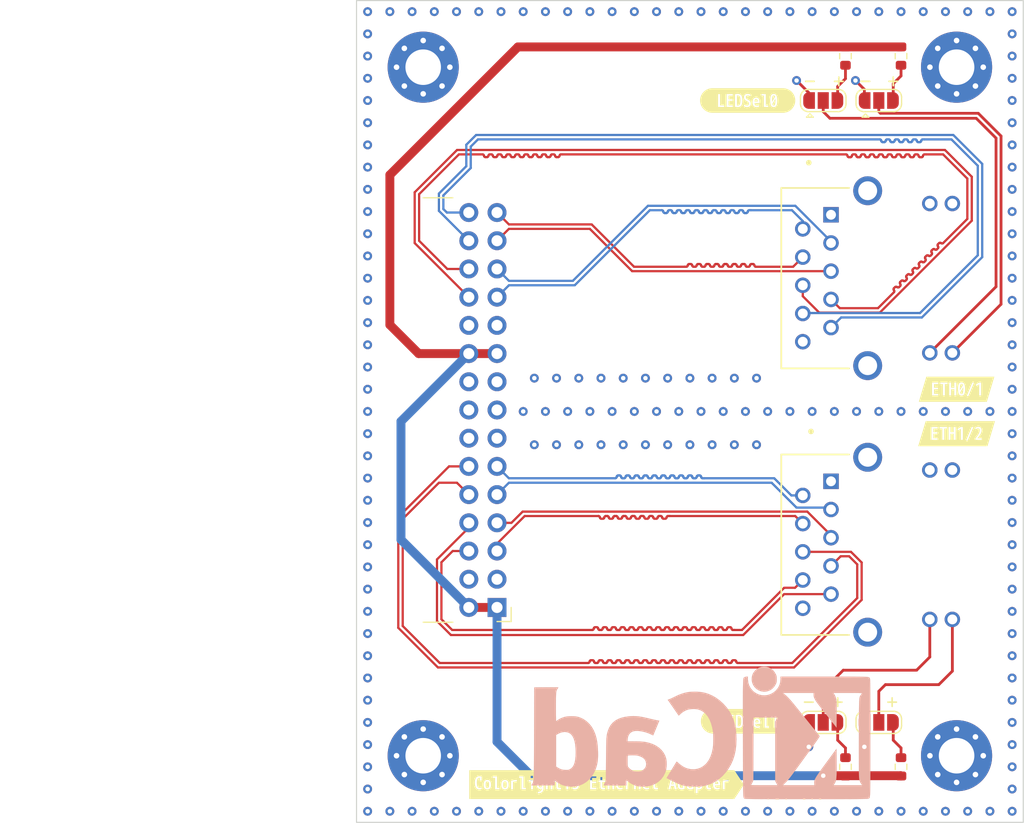
<source format=kicad_pcb>
(kicad_pcb (version 20211014) (generator pcbnew)
  (layers (0 "F.Cu" signal) (1 "In1.Cu" power) (2 "In2.Cu" power) (31 "B.Cu" signal) (34 "B.Paste" user) (35 "F.Paste" user) (36 "B.SilkS" user "B.Silkscreen") (37 "F.SilkS" user "F.Silkscreen") (38 "B.Mask" user) (39 "F.Mask" user) (44 "Edge.Cuts" user))
  (net 0 "")
  (net 1 "+3V3")
  (net 2 "GND")
  (net 6 "/ConnectorRJ45_ETH0/AnodeGreen0")
  (net 7 "/ConnectorRJ45_ETH0/CathodeGreen0")
  (net 12 "/ConnectorRJ45_ETH1/AnodeGreen0")
  (net 13 "/ConnectorRJ45_ETH1/CathodeGreen0")
  (net 16 "Net-(JP1-Pad3)")
  (net 17 "Net-(JP2-Pad3)")
  (net 18 "Net-(JP3-Pad3)")
  (net 19 "Net-(JP4-Pad3)")
  (net 22 "+5V")
  (net 26 "/ETH0.TRD_3P")
  (net 27 "/ETH0.TRD_1P")
  (net 28 "/ETH0.TRD_2P")
  (net 29 "/ETH0.TRD_0P")
  (net 30 "/ETH1.TRD_2P")
  (net 31 "/ETH1.TRD_0P")
  (net 32 "/ETH1.TRD_3P")
  (net 33 "/ETH1.TRD_1P")
  (net 34 "/ETH0.TRD_3N")
  (net 35 "/ETH0.TRD_1N")
  (net 36 "/ETH0.TRD_2N")
  (net 37 "/ETH0.TRD_0N")
  (net 38 "/ETH1.TRD_2N")
  (net 39 "/ETH1.TRD_0N")
  (net 40 "/ETH1.TRD_3N")
  (net 41 "/ETH1.TRD_1N")
  (footprint "Connector_PinHeader_2.54mm:PinHeader_2x15_P2.54mm_Horizontal" (layer "F.Cu") (at 72.644 104.648 180)
    (fp_text reference "J1" hide)
    (fp_text value "Dual Pmod")
  )
  (footprint "Resistor_SMD:R_0603_1608Metric" (layer "F.Cu") (at 109 55 90)
    (fp_text reference "R2" hide)
    (fp_text value "1k")
  )
  (footprint "Jumper:SolderJumper-3_P1.3mm_Open_RoundedPad1.0x1.5mm" (layer "F.Cu") (at 107 59)
    (fp_text reference "JP2" hide)
    (fp_text value "LEDSel")
  )
  (footprint "MountingHole:MountingHole_3.2mm_M3_Pad_Via" (layer "F.Cu") (at 66 118)
    (fp_text reference "H2" hide)
    (fp_text value "M1")
  )
  (footprint "Resistor_SMD:R_0603_1608Metric" (layer "F.Cu") (at 104 119 -90)
    (fp_text reference "R3" hide)
    (fp_text value "1k")
  )
  (footprint "kibuzzard-61D87CF3" (layer "F.Cu") (at 95.2 59)
    (fp_text reference "kibuzzard-61D87CF3" hide)
    (fp_text value "G***" hide)
  )
  (footprint "kibuzzard-61D87CE6" (layer "F.Cu") (at 95.2 114.9)
    (fp_text reference "kibuzzard-61D87CE6" hide)
    (fp_text value "G***" hide)
  )
  (footprint "kibuzzard-61D87D9F" (layer "F.Cu") (at 82.5 120.6)
    (fp_text reference "kibuzzard-61D87D9F" hide)
    (fp_text value "G***" hide)
  )
  (footprint "kibuzzard-61D87B77" (layer "F.Cu") (at 114 85)
    (fp_text reference "kibuzzard-61D87B77" hide)
    (fp_text value "G***" hide)
  )
  (footprint "Jumper:SolderJumper-3_P1.3mm_Open_RoundedPad1.0x1.5mm" (layer "F.Cu") (at 107 115)
    (fp_text reference "JP4" hide)
    (fp_text value "LEDSel")
  )
  (footprint "MountingHole:MountingHole_3.2mm_M3_Pad_Via" (layer "F.Cu") (at 114 56)
    (fp_text reference "H3" hide)
    (fp_text value "M1")
  )
  (footprint "Resistor_SMD:R_0603_1608Metric" (layer "F.Cu") (at 109 119 -90)
    (fp_text reference "R4" hide)
    (fp_text value "1k")
  )
  (footprint "kibuzzard-61D87B97" (layer "F.Cu") (at 114 89)
    (fp_text reference "kibuzzard-61D87B97" hide)
    (fp_text value "G***" hide)
  )
  (footprint "MountingHole:MountingHole_3.2mm_M3_Pad_Via" (layer "F.Cu") (at 114 118)
    (fp_text reference "H4" hide)
    (fp_text value "M1")
  )
  (footprint "tkl_conn:Wurth_Electronics-74981104400" (layer "F.Cu") (at 109.1 75 -90)
    (fp_text reference "J2" hide)
    (fp_text value "74981104400" hide)
  )
  (footprint "tkl_conn:Wurth_Electronics-74981104400" (layer "F.Cu") (at 109.1 99 -90)
    (fp_text reference "J3" hide)
    (fp_text value "74981104400" hide)
  )
  (footprint "Resistor_SMD:R_0603_1608Metric" (layer "F.Cu") (at 104 55 90)
    (fp_text reference "R1" hide)
    (fp_text value "1k")
  )
  (footprint "Jumper:SolderJumper-3_P1.3mm_Open_RoundedPad1.0x1.5mm" (layer "F.Cu") (at 102 59)
    (fp_text reference "JP1" hide)
    (fp_text value "LEDSel")
  )
  (footprint "MountingHole:MountingHole_3.2mm_M3_Pad_Via" (layer "F.Cu") (at 66 56)
    (fp_text reference "H1" hide)
    (fp_text value "M1")
  )
  (footprint "Jumper:SolderJumper-3_P1.3mm_Open_RoundedPad1.0x1.5mm" (layer "F.Cu") (at 102 115)
    (fp_text reference "JP3" hide)
    (fp_text value "LEDSel")
  )
  (footprint "Symbol:KiCad-Logo_12mm_SilkScreen" (layer "B.Cu") (at 91 115.9 180)
    (fp_text reference "REF**" hide)
    (fp_text value "KiCad-Logo_12mm_SilkScreen" hide)
  )
  (gr_rect (start 60 50) (end 120 124) (layer "Edge.Cuts") (width 0.1) (fill none))
  (gr_text "rev 0.0" (at 99.5 121.4) (layer "F.SilkS") (effects (font (size 1 1))))
  (gr_text "-" (at 105.7 113.1) (layer "F.SilkS") (effects (font (size 1 1))))
  (gr_text "+\n" (at 103.4 57.2) (layer "F.SilkS") (effects (font (size 1 1))))
  (gr_text "-" (at 100.8 57.2) (layer "F.SilkS") (effects (font (size 1 1))))
  (gr_text "-" (at 105.8 57.2) (layer "F.SilkS") (effects (font (size 1 1))))
  (gr_text "+\n" (at 103.3 113.1) (layer "F.SilkS") (effects (font (size 1 1))))
  (gr_text "-" (at 100.7 113.1) (layer "F.SilkS") (effects (font (size 1 1))))
  (gr_text "+\n" (at 108.2 113.1) (layer "F.SilkS") (effects (font (size 1 1))))
  (gr_text "+\n" (at 108.3 57.2) (layer "F.SilkS") (effects (font (size 1 1))))
  (segment (start 65.588 81.788) (end 63 79.2) (width 0.8) (layer "F.Cu") (net 1))
  (segment (start 108.975 119.8) (end 109 119.825) (width 0.8) (layer "F.Cu") (net 1))
  (segment (start 70.104 81.788) (end 72.644 81.788) (width 0.8) (layer "F.Cu") (net 1))
  (segment (start 63 65.7) (end 74.525 54.175) (width 0.8) (layer "F.Cu") (net 1))
  (segment (start 70.104 81.788) (end 65.588 81.788) (width 0.8) (layer "F.Cu") (net 1))
  (segment (start 102 119.8) (end 108.975 119.8) (width 0.8) (layer "F.Cu") (net 1))
  (segment (start 74.525 54.175) (end 109 54.175) (width 0.8) (layer "F.Cu") (net 1))
  (segment (start 70.104 104.648) (end 72.644 104.648) (width 0.8) (layer "F.Cu") (net 1))
  (segment (start 63 79.2) (end 63 65.7) (width 0.8) (layer "F.Cu") (net 1))
  (via (at 102 119.8) (size 0.8) (drill 0.4) (layers "F.Cu" "B.Cu") (net 1))
  (segment (start 64 98.544) (end 70.104 104.648) (width 0.8) (layer "B.Cu") (net 1))
  (segment (start 64 87.892) (end 64 98.544) (width 0.8) (layer "B.Cu") (net 1))
  (segment (start 75.7 119.8) (end 102 119.8) (width 0.8) (layer "B.Cu") (net 1))
  (segment (start 70.104 81.788) (end 64 87.892) (width 0.8) (layer "B.Cu") (net 1))
  (segment (start 72.644 104.648) (end 72.644 116.744) (width 0.8) (layer "B.Cu") (net 1))
  (segment (start 72.644 116.744) (end 75.7 119.8) (width 0.8) (layer "B.Cu") (net 1))
  (segment (start 105.7 59) (end 105.7 58) (width 0.25) (layer "F.Cu") (net 2))
  (segment (start 100.7 59) (end 100.7 58.3) (width 0.25) (layer "F.Cu") (net 2))
  (segment (start 105.7 115) (end 105.7 117.2) (width 0.25) (layer "F.Cu") (net 2))
  (segment (start 105.7 58) (end 104.9 57.2) (width 0.25) (layer "F.Cu") (net 2))
  (segment (start 100.7 115) (end 100.7 117.2) (width 0.25) (layer "F.Cu") (net 2))
  (segment (start 100.7 58.3) (end 99.6 57.2) (width 0.25) (layer "F.Cu") (net 2))
  (via (at 90 84) (size 0.8) (drill 0.4) (layers "F.Cu" "B.Cu") (net 2))
  (via (at 92 90) (size 0.8) (drill 0.4) (layers "F.Cu" "B.Cu") (net 2))
  (via (at 119 77) (size 0.8) (drill 0.4) (layers "F.Cu" "B.Cu") (net 2))
  (via (at 61 55) (size 0.8) (drill 0.4) (layers "F.Cu" "B.Cu") (net 2))
  (via (at 69 51) (size 0.8) (drill 0.4) (layers "F.Cu" "B.Cu") (net 2))
  (via (at 119 111) (size 0.8) (drill 0.4) (layers "F.Cu" "B.Cu") (net 2))
  (via (at 113 123) (size 0.8) (drill 0.4) (layers "F.Cu" "B.Cu") (net 2))
  (via (at 65 51) (size 0.8) (drill 0.4) (layers "F.Cu" "B.Cu") (net 2))
  (via (at 61 67) (size 0.8) (drill 0.4) (layers "F.Cu" "B.Cu") (net 2))
  (via (at 89 87) (size 0.8) (drill 0.4) (layers "F.Cu" "B.Cu") (net 2))
  (via (at 63 123) (size 0.8) (drill 0.4) (layers "F.Cu" "B.Cu") (net 2))
  (via (at 85 87) (size 0.8) (drill 0.4) (layers "F.Cu" "B.Cu") (net 2))
  (via (at 109 123) (size 0.8) (drill 0.4) (layers "F.Cu" "B.Cu") (net 2))
  (via (at 77 123) (size 0.8) (drill 0.4) (layers "F.Cu" "B.Cu") (net 2))
  (via (at 67 123) (size 0.8) (drill 0.4) (layers "F.Cu" "B.Cu") (net 2))
  (via (at 101 51) (size 0.8) (drill 0.4) (layers "F.Cu" "B.Cu") (net 2))
  (via (at 78 84) (size 0.8) (drill 0.4) (layers "F.Cu" "B.Cu") (net 2))
  (via (at 91 123) (size 0.8) (drill 0.4) (layers "F.Cu" "B.Cu") (net 2))
  (via (at 61 85) (size 0.8) (drill 0.4) (layers "F.Cu" "B.Cu") (net 2))
  (via (at 61 95) (size 0.8) (drill 0.4) (layers "F.Cu" "B.Cu") (net 2))
  (via (at 81 87) (size 0.8) (drill 0.4) (layers "F.Cu" "B.Cu") (net 2))
  (via (at 107 87) (size 0.8) (drill 0.4) (layers "F.Cu" "B.Cu") (net 2))
  (via (at 85 51) (size 0.8) (drill 0.4) (layers "F.Cu" "B.Cu") (net 2))
  (via (at 61 117) (size 0.8) (drill 0.4) (layers "F.Cu" "B.Cu") (net 2))
  (via (at 103 51) (size 0.8) (drill 0.4) (layers "F.Cu" "B.Cu") (net 2))
  (via (at 119 87) (size 0.8) (drill 0.4) (layers "F.Cu" "B.Cu") (net 2))
  (via (at 111 51) (size 0.8) (drill 0.4) (layers "F.Cu" "B.Cu") (net 2))
  (via (at 119 73) (size 0.8) (drill 0.4) (layers "F.Cu" "B.Cu") (net 2))
  (via (at 119 71) (size 0.8) (drill 0.4) (layers "F.Cu" "B.Cu") (net 2))
  (via (at 119 109) (size 0.8) (drill 0.4) (layers "F.Cu" "B.Cu") (net 2))
  (via (at 61 81) (size 0.8) (drill 0.4) (layers "F.Cu" "B.Cu") (net 2))
  (via (at 119 83) (size 0.8) (drill 0.4) (layers "F.Cu" "B.Cu") (net 2))
  (via (at 61 71) (size 0.8) (drill 0.4) (layers "F.Cu" "B.Cu") (net 2))
  (via (at 61 65) (size 0.8) (drill 0.4) (layers "F.Cu" "B.Cu") (net 2))
  (via (at 111 87) (size 0.8) (drill 0.4) (layers "F.Cu" "B.Cu") (net 2))
  (via (at 80 84) (size 0.8) (drill 0.4) (layers "F.Cu" "B.Cu") (net 2))
  (via (at 117 51) (size 0.8) (drill 0.4) (layers "F.Cu" "B.Cu") (net 2))
  (via (at 61 109) (size 0.8) (drill 0.4) (layers "F.Cu" "B.Cu") (net 2))
  (via (at 61 105) (size 0.8) (drill 0.4) (layers "F.Cu" "B.Cu") (net 2))
  (via (at 82 90) (size 0.8) (drill 0.4) (layers "F.Cu" "B.Cu") (net 2))
  (via (at 67 51) (size 0.8) (drill 0.4) (layers "F.Cu" "B.Cu") (net 2))
  (via (at 87 87) (size 0.8) (drill 0.4) (layers "F.Cu" "B.Cu") (net 2))
  (via (at 79 51) (size 0.8) (drill 0.4) (layers "F.Cu" "B.Cu") (net 2))
  (via (at 101 123) (size 0.8) (drill 0.4) (layers "F.Cu" "B.Cu") (net 2))
  (via (at 61 75) (size 0.8) (drill 0.4) (layers "F.Cu" "B.Cu") (net 2))
  (via (at 61 115) (size 0.8) (drill 0.4) (layers "F.Cu" "B.Cu") (net 2))
  (via (at 61 107) (size 0.8) (drill 0.4) (layers "F.Cu" "B.Cu") (net 2))
  (via (at 105 51) (size 0.8) (drill 0.4) (layers "F.Cu" "B.Cu") (net 2))
  (via (at 93 123) (size 0.8) (drill 0.4) (layers "F.Cu" "B.Cu") (net 2))
  (via (at 75 87) (size 0.8) (drill 0.4) (layers "F.Cu" "B.Cu") (net 2))
  (via (at 61 57) (size 0.8) (drill 0.4) (layers "F.Cu" "B.Cu") (net 2))
  (via (at 61 123) (size 0.8) (drill 0.4) (layers "F.Cu" "B.Cu") (net 2))
  (via (at 89 51) (size 0.8) (drill 0.4) (layers "F.Cu" "B.Cu") (net 2))
  (via (at 90 90) (size 0.8) (drill 0.4) (layers "F.Cu" "B.Cu") (net 2))
  (via (at 109 51) (size 0.8) (drill 0.4) (layers "F.Cu" "B.Cu") (net 2))
  (via (at 78 90) (size 0.8) (drill 0.4) (layers "F.Cu" "B.Cu") (net 2))
  (via (at 82 84) (size 0.8) (drill 0.4) (layers "F.Cu" "B.Cu") (net 2))
  (via (at 83 51) (size 0.8) (drill 0.4) (layers "F.Cu" "B.Cu") (net 2))
  (via (at 99 51) (size 0.8) (drill 0.4) (layers "F.Cu" "B.Cu") (net 2))
  (via (at 119 99) (size 0.8) (drill 0.4) (layers "F.Cu" "B.Cu") (net 2))
  (via (at 113 87) (size 0.8) (drill 0.4) (layers "F.Cu" "B.Cu") (net 2))
  (via (at 119 59) (size 0.8) (drill 0.4) (layers "F.Cu" "B.Cu") (net 2))
  (via (at 91 87) (size 0.8) (drill 0.4) (layers "F.Cu" "B.Cu") (net 2))
  (via (at 76 90) (size 0.8) (drill 0.4) (layers "F.Cu" "B.Cu") (net 2))
  (via (at 115 87) (size 0.8) (drill 0.4) (layers "F.Cu" "B.Cu") (net 2))
  (via (at 63 51) (size 0.8) (drill 0.4) (layers "F.Cu" "B.Cu") (net 2))
  (via (at 95 87) (size 0.8) (drill 0.4) (layers "F.Cu" "B.Cu") (net 2))
  (via (at 61 111) (size 0.8) (drill 0.4) (layers "F.Cu" "B.Cu") (net 2))
  (via (at 113 51) (size 0.8) (drill 0.4) (layers "F.Cu" "B.Cu") (net 2))
  (via (at 97 87) (size 0.8) (drill 0.4) (layers "F.Cu" "B.Cu") (net 2))
  (via (at 65 123) (size 0.8) (drill 0.4) (layers "F.Cu" "B.Cu") (net 2))
  (via (at 96 90) (size 0.8) (drill 0.4) (layers "F.Cu" "B.Cu") (net 2))
  (via (at 61 119) (size 0.8) (drill 0.4) (layers "F.Cu" "B.Cu") (net 2))
  (via (at 119 119) (size 0.8) (drill 0.4) (layers "F.Cu" "B.Cu") (net 2))
  (via (at 119 81) (size 0.8) (drill 0.4) (layers "F.Cu" "B.Cu") (net 2))
  (via (at 119 85) (size 0.8) (drill 0.4) (layers "F.Cu" "B.Cu") (net 2))
  (via (at 119 51) (size 0.8) (drill 0.4) (layers "F.Cu" "B.Cu") (net 2))
  (via (at 105 123) (size 0.8) (drill 0.4) (layers "F.Cu" "B.Cu") (net 2))
  (via (at 61 99) (size 0.8) (drill 0.4) (layers "F.Cu" "B.Cu") (net 2))
  (via (at 61 97) (size 0.8) (drill 0.4) (layers "F.Cu" "B.Cu") (net 2))
  (via (at 61 83) (size 0.8) (drill 0.4) (layers "F.Cu" "B.Cu") (net 2))
  (via (at 96 84) (size 0.8) (drill 0.4) (layers "F.Cu" "B.Cu") (net 2))
  (via (at 119 55) (size 0.8) (drill 0.4) (layers "F.Cu" "B.Cu") (net 2))
  (via (at 77 87) (size 0.8) (drill 0.4) (layers "F.Cu" "B.Cu") (net 2))
  (via (at 99.6 57.2) (size 0.8) (drill 0.4) (layers "F.Cu" "B.Cu") (net 2))
  (via (at 86 84) (size 0.8) (drill 0.4) (layers "F.Cu" "B.Cu") (net 2))
  (via (at 99 123) (size 0.8) (drill 0.4) (layers "F.Cu" "B.Cu") (net 2))
  (via (at 61 59) (size 0.8) (drill 0.4) (layers "F.Cu" "B.Cu") (net 2))
  (via (at 95 51) (size 0.8) (drill 0.4) (layers "F.Cu" "B.Cu") (net 2))
  (via (at 61 69) (size 0.8) (drill 0.4) (layers "F.Cu" "B.Cu") (net 2))
  (via (at 94 84) (size 0.8) (drill 0.4) (layers "F.Cu" "B.Cu") (net 2))
  (via (at 77 51) (size 0.8) (drill 0.4) (layers "F.Cu" "B.Cu") (net 2))
  (via (at 61 53) (size 0.8) (drill 0.4) (layers "F.Cu" "B.Cu") (net 2))
  (via (at 119 63) (size 0.8) (drill 0.4) (layers "F.Cu" "B.Cu") (net 2))
  (via (at 119 69) (size 0.8) (drill 0.4) (layers "F.Cu" "B.Cu") (net 2))
  (via (at 83 87) (size 0.8) (drill 0.4) (layers "F.Cu" "B.Cu") (net 2))
  (via (at 94 90) (size 0.8) (drill 0.4) (layers "F.Cu" "B.Cu") (net 2))
  (via (at 119 79) (size 0.8) (drill 0.4) (layers "F.Cu" "B.Cu") (net 2))
  (via (at 119 97) (size 0.8) (drill 0.4) (layers "F.Cu" "B.Cu") (net 2))
  (via (at 119 113) (size 0.8) (drill 0.4) (layers "F.Cu" "B.Cu") (net 2))
  (via (at 86 90) (size 0.8) (drill 0.4) (layers "F.Cu" "B.Cu") (net 2))
  (via (at 73 123) (size 0.8) (drill 0.4) (layers "F.Cu" "B.Cu") (net 2))
  (via (at 61 61) (size 0.8) (drill 0.4) (layers "F.Cu" "B.Cu") (net 2))
  (via (at 61 79) (size 0.8) (drill 0.4) (layers "F.Cu" "B.Cu") (net 2))
  (via (at 75 51) (size 0.8) (drill 0.4) (layers "F.Cu" "B.Cu") (net 2))
  (via (at 88 84) (size 0.8) (drill 0.4) (layers "F.Cu" "B.Cu") (net 2))
  (via (at 92 84) (size 0.8) (drill 0.4) (layers "F.Cu" "B.Cu") (net 2))
  (via (at 109 87) (size 0.8) (drill 0.4) (layers "F.Cu" "B.Cu") (net 2))
  (via (at 87 123) (size 0.8) (drill 0.4) (layers "F.Cu" "B.Cu") (net 2))
  (via (at 107 51) (size 0.8) (drill 0.4) (layers "F.Cu" "B.Cu") (net 2))
  (via (at 61 101) (size 0.8) (drill 0.4) (layers "F.Cu" "B.Cu") (net 2))
  (via (at 119 123) (size 0.8) (drill 0.4) (layers "F.Cu" "B.Cu") (net 2))
  (via (at 105 87) (size 0.8) (drill 0.4) (layers "F.Cu" "B.Cu") (net 2))
  (via (at 69 123) (size 0.8) (drill 0.4) (layers "F.Cu" "B.Cu") (net 2))
  (via (at 115 51) (size 0.8) (drill 0.4) (layers "F.Cu" "B.Cu") (net 2))
  (via (at 119 93) (size 0.8) (drill 0.4) (layers "F.Cu" "B.Cu") (net 2))
  (via (at 61 73) (size 0.8) (drill 0.4) (layers "F.Cu" "B.Cu") (net 2))
  (via (at 71 123) (size 0.8) (drill 0.4) (layers "F.Cu" "B.Cu") (net 2))
  (via (at 119 115) (size 0.8) (drill 0.4) (layers "F.Cu" "B.Cu") (net 2))
  (via (at 84 84) (size 0.8) (drill 0.4) (layers "F.Cu" "B.Cu") (net 2))
  (via (at 79 123) (size 0.8) (drill 0.4) (layers "F.Cu" "B.Cu") (net 2))
  (via (at 61 103) (size 0.8) (drill 0.4) (layers "F.Cu" "B.Cu") (net 2))
  (via (at 119 117) (size 0.8) (drill 0.4) (layers "F.Cu" "B.Cu") (net 2))
  (via (at 61 51) (size 0.8) (drill 0.4) (layers "F.Cu" "B.Cu") (net 2))
  (via (at 119 103) (size 0.8) (drill 0.4) (layers "F.Cu" "B.Cu") (net 2))
  (via (at 80 90) (size 0.8) (drill 0.4) (layers "F.Cu" "B.Cu") (net 2))
  (via (at 95 123) (size 0.8) (drill 0.4) (layers "F.Cu" "B.Cu") (net 2))
  (via (at 119 107) (size 0.8) (drill 0.4) (layers "F.Cu" "B.Cu") (net 2))
  (via (at 85 123) (size 0.8) (drill 0.4) (layers "F.Cu" "B.Cu") (net 2))
  (via (at 73 51) (size 0.8) (drill 0.4) (layers "F.Cu" "B.Cu") (net 2))
  (via (at 104.9 57.2) (size 0.8) (drill 0.4) (layers "F.Cu" "B.Cu") (net 2))
  (via (at 107 123) (size 0.8) (drill 0.4) (layers "F.Cu" "B.Cu") (net 2))
  (via (at 119 105) (size 0.8) (drill 0.4) (layers "F.Cu" "B.Cu") (net 2))
  (via (at 88 90) (size 0.8) (drill 0.4) (layers "F.Cu" "B.Cu") (net 2))
  (via (at 100.7 117.2) (size 0.8) (drill 0.4) (layers "F.Cu" "B.Cu") (net 2))
  (via (at 71 51) (size 0.8) (drill 0.4) (layers "F.Cu" "B.Cu") (net 2))
  (via (at 119 65) (size 0.8) (drill 0.4) (layers "F.Cu" "B.Cu") (net 2))
  (via (at 105.7 117.2) (size 0.8) (drill 0.4) (layers "F.Cu" "B.Cu") (net 2))
  (via (at 93 51) (size 0.8) (drill 0.4) (layers "F.Cu" "B.Cu") (net 2))
  (via (at 61 87) (size 0.8) (drill 0.4) (layers "F.Cu" "B.Cu") (net 2))
  (via (at 83 123) (size 0.8) (drill 0.4) (layers "F.Cu" "B.Cu") (net 2))
  (via (at 119 61) (size 0.8) (drill 0.4) (layers "F.Cu" "B.Cu") (net 2))
  (via (at 119 53) (size 0.8) (drill 0.4) (layers "F.Cu" "B.Cu") (net 2))
  (via (at 87 51) (size 0.8) (drill 0.4) (layers "F.Cu" "B.Cu") (net 2))
  (via (at 119 91) (size 0.8) (drill 0.4) (layers "F.Cu" "B.Cu") (net 2))
  (via (at 103 87) (size 0.8) (drill 0.4) (layers "F.Cu" "B.Cu") (net 2))
  (via (at 119 121) (size 0.8) (drill 0.4) (layers "F.Cu" "B.Cu") (net 2))
  (via (at 76 84) (size 0.8) (drill 0.4) (layers "F.Cu" "B.Cu") (net 2))
  (via (at 75 123) (size 0.8) (drill 0.4) (layers "F.Cu" "B.Cu") (net 2))
  (via (at 111 123) (size 0.8) (drill 0.4) (layers "F.Cu" "B.Cu") (net 2))
  (via (at 61 93) (size 0.8) (drill 0.4) (layers "F.Cu" "B.Cu") (net 2))
  (via (at 81 51) (size 0.8) (drill 0.4) (layers "F.Cu" "B.Cu") (net 2))
  (via (at 91 51) (size 0.8) (drill 0.4) (layers "F.Cu" "B.Cu") (net 2))
  (via (at 103 123) (size 0.8) (drill 0.4) (layers "F.Cu" "B.Cu") (net 2))
  (via (at 81 123) (size 0.8) (drill 0.4) (layers "F.Cu" "B.Cu") (net 2))
  (via (at 97 51) (size 0.8) (drill 0.4) (layers "F.Cu" "B.Cu") (net 2))
  (via (at 117 87) (size 0.8) (drill 0.4) (layers "F.Cu" "B.Cu") (net 2))
  (via (at 61 77) (size 0.8) (drill 0.4) (layers "F.Cu" "B.Cu") (net 2))
  (via (at 79 87) (size 0.8) (drill 0.4) (layers "F.Cu" "B.Cu") (net 2))
  (via (at 117 123) (size 0.8) (drill 0.4) (layers "F.Cu" "B.Cu") (net 2))
  (via (at 101 87) (size 0.8) (drill 0.4) (layers "F.Cu" "B.Cu") (net 2))
  (via (at 61 121) (size 0.8) (drill 0.4) (layers "F.Cu" "B.Cu") (net 2))
  (via (at 61 89) (size 0.8) (drill 0.4) (layers "F.Cu" "B.Cu") (net 2))
  (via (at 119 67) (size 0.8) (drill 0.4) (layers "F.Cu" "B.Cu") (net 2))
  (via (at 99 87) (size 0.8) (drill 0.4) (layers "F.Cu" "B.Cu") (net 2))
  (via (at 84 90) (size 0.8) (drill 0.4) (layers "F.Cu" "B.Cu") (net 2))
  (via (at 119 101) (size 0.8) (drill 0.4) (layers "F.Cu" "B.Cu") (net 2))
  (via (at 89 123) (size 0.8) (drill 0.4) (layers "F.Cu" "B.Cu") (net 2))
  (via (at 97 123) (size 0.8) (drill 0.4) (layers "F.Cu" "B.Cu") (net 2))
  (via (at 61 63) (size 0.8) (drill 0.4) (layers "F.Cu" "B.Cu") (net 2))
  (via (at 93 87) (size 0.8) (drill 0.4) (layers "F.Cu" "B.Cu") (net 2))
  (via (at 119 75) (size 0.8) (drill 0.4) (layers "F.Cu" "B.Cu") (net 2))
  (via (at 119 95) (size 0.8) (drill 0.4) (layers "F.Cu" "B.Cu") (net 2))
  (via (at 61 91) (size 0.8) (drill 0.4) (layers "F.Cu" "B.Cu") (net 2))
  (via (at 115 123) (size 0.8) (drill 0.4) (layers "F.Cu" "B.Cu") (net 2))
  (via (at 61 113) (size 0.8) (drill 0.4) (layers "F.Cu" "B.Cu") (net 2))
  (via (at 119 57) (size 0.8) (drill 0.4) (layers "F.Cu" "B.Cu") (net 2))
  (via (at 119 89) (size 0.8) (drill 0.4) (layers "F.Cu" "B.Cu") (net 2))
  (segment (start 102.6 60.6) (end 115.764296 60.6) (width 0.25) (layer "F.Cu") (net 6))
  (segment (start 102 59) (end 102 60) (width 0.25) (layer "F.Cu") (net 6))
  (segment (start 117.550489 62.386193) (end 117.550489 75.764511) (width 0.25) (layer "F.Cu") (net 6))
  (segment (start 117.550489 75.764511) (end 111.59 81.725) (width 0.25) (layer "F.Cu") (net 6))
  (segment (start 102 60) (end 102.6 60.6) (width 0.25) (layer "F.Cu") (net 6))
  (segment (start 115.764296 60.6) (end 117.550489 62.386193) (width 0.25) (layer "F.Cu") (net 6))
  (segment (start 118 77.345) (end 118 62.2) (width 0.25) (layer "F.Cu") (net 7))
  (segment (start 107 60) (end 107 59) (width 0.25) (layer "F.Cu") (net 7))
  (segment (start 118 62.2) (end 115.950489 60.150489) (width 0.25) (layer "F.Cu") (net 7))
  (segment (start 115.950489 60.150489) (end 107.150489 60.150489) (width 0.25) (layer "F.Cu") (net 7))
  (segment (start 107.150489 60.150489) (end 107 60) (width 0.25) (layer "F.Cu") (net 7))
  (segment (start 113.62 81.725) (end 118 77.345) (width 0.25) (layer "F.Cu") (net 7))
  (segment (start 102 112.1) (end 103.8 110.3) (width 0.25) (layer "F.Cu") (net 12))
  (segment (start 111.59 109.11) (end 111.59 105.725) (width 0.25) (layer "F.Cu") (net 12))
  (segment (start 110.4 110.3) (end 111.59 109.11) (width 0.25) (layer "F.Cu") (net 12))
  (segment (start 102 115) (end 102 112.1) (width 0.25) (layer "F.Cu") (net 12))
  (segment (start 103.8 110.3) (end 110.4 110.3) (width 0.25) (layer "F.Cu") (net 12))
  (segment (start 113.62 110.38) (end 112.4 111.6) (width 0.25) (layer "F.Cu") (net 13))
  (segment (start 107.6 111.6) (end 107 112.2) (width 0.25) (layer "F.Cu") (net 13))
  (segment (start 112.4 111.6) (end 107.6 111.6) (width 0.25) (layer "F.Cu") (net 13))
  (segment (start 107 112.2) (end 107 115) (width 0.25) (layer "F.Cu") (net 13))
  (segment (start 113.62 105.725) (end 113.62 110.38) (width 0.25) (layer "F.Cu") (net 13))
  (segment (start 104 57.036) (end 103.3 57.736) (width 0.25) (layer "F.Cu") (net 16))
  (segment (start 103.3 57.736) (end 103.3 59) (width 0.25) (layer "F.Cu") (net 16))
  (segment (start 104 55.825) (end 104 57.036) (width 0.25) (layer "F.Cu") (net 16))
  (segment (start 108.3 57.4858) (end 108.3 59) (width 0.25) (layer "F.Cu") (net 17))
  (segment (start 109 55.825) (end 109 56.7858) (width 0.25) (layer "F.Cu") (net 17))
  (segment (start 109 56.7858) (end 108.3 57.4858) (width 0.25) (layer "F.Cu") (net 17))
  (segment (start 103.3 116.6) (end 104 117.3) (width 0.25) (layer "F.Cu") (net 18))
  (segment (start 104 117.3) (end 104 118.175) (width 0.25) (layer "F.Cu") (net 18))
  (segment (start 103.3 115) (end 103.3 116.6) (width 0.25) (layer "F.Cu") (net 18))
  (segment (start 108.3 115) (end 108.3 116.6) (width 0.25) (layer "F.Cu") (net 19))
  (segment (start 109 117.3) (end 109 118.175) (width 0.25) (layer "F.Cu") (net 19))
  (segment (start 108.3 116.6) (end 109 117.3) (width 0.25) (layer "F.Cu") (net 19))
  (segment (start 107.343797 62.74882) (end 107.497489 62.74882) (width 0.2) (layer "B.Cu") (net 26))
  (segment (start 108.143797 62.74882) (end 108.297489 62.74882) (width 0.2) (layer "B.Cu") (net 26))
  (segment (start 108.943797 62.74882) (end 109.097489 62.74882) (width 0.2) (layer "B.Cu") (net 26))
  (segment (start 107.220643 62.625665) (end 107.220643 62.625666) (width 0.2) (layer "B.Cu") (net 26))
  (segment (start 109.620643 62.625665) (end 109.620643 62.625666) (width 0.2) (layer "B.Cu") (net 26))
  (segment (start 108.420643 62.625666) (end 108.420643 62.625665) (width 0.2) (layer "B.Cu") (net 26))
  (segment (start 70.104 69.088) (end 68.129686 69.088) (width 0.2) (layer "B.Cu") (net 26))
  (segment (start 110.943797 62.502511) (end 111.097489 62.502511) (width 0.2) (layer "B.Cu") (net 26))
  (segment (start 111.097489 62.502511) (end 113.537517 62.502511) (width 0.2) (layer "B.Cu") (net 26))
  (segment (start 100.202711 78.137289) (end 100.16 78.18) (width 0.2) (layer "B.Cu") (net 26))
  (segment (start 110.543797 62.74882) (end 110.697489 62.74882) (width 0.2) (layer "B.Cu") (net 26))
  (segment (start 110.820643 62.625666) (end 110.820643 62.625665) (width 0.2) (layer "B.Cu") (net 26))
  (segment (start 108.543797 62.502511) (end 108.697489 62.502511) (width 0.2) (layer "B.Cu") (net 26))
  (segment (start 113.537517 62.502511) (end 115.907089 64.872083) (width 0.2) (layer "B.Cu") (net 26))
  (segment (start 70.2786 63.151044) (end 70.927133 62.502511) (width 0.2) (layer "B.Cu") (net 26))
  (segment (start 70.927133 62.502511) (end 107.097489 62.502511) (width 0.2) (layer "B.Cu") (net 26))
  (segment (start 107.743797 62.502511) (end 107.897489 62.502511) (width 0.2) (layer "B.Cu") (net 26))
  (segment (start 110.708267 78.137289) (end 100.202711 78.137289) (width 0.2) (layer "B.Cu") (net 26))
  (segment (start 110.143797 62.502511) (end 110.297489 62.502511) (width 0.2) (layer "B.Cu") (net 26))
  (segment (start 107.620643 62.625666) (end 107.620643 62.625665) (width 0.2) (layer "B.Cu") (net 26))
  (segment (start 110.420643 62.625665) (end 110.420643 62.625666) (width 0.2) (layer "B.Cu") (net 26))
  (segment (start 108.820643 62.625665) (end 108.820643 62.625666) (width 0.2) (layer "B.Cu") (net 26))
  (segment (start 109.743797 62.74882) (end 109.897489 62.74882) (width 0.2) (layer "B.Cu") (net 26))
  (segment (start 108.020643 62.625665) (end 108.020643 62.625666) (width 0.2) (layer "B.Cu") (net 26))
  (segment (start 70.2786 65.081444) (end 70.2786 63.151044) (width 0.2) (layer "B.Cu") (net 26))
  (segment (start 109.220643 62.625666) (end 109.220643 62.625665) (width 0.2) (layer "B.Cu") (net 26))
  (segment (start 115.907089 64.872083) (end 115.907089 72.938467) (width 0.2) (layer "B.Cu") (net 26))
  (segment (start 115.907089 72.938467) (end 110.708267 78.137289) (width 0.2) (layer "B.Cu") (net 26))
  (segment (start 67.8148 68.773114) (end 67.8148 67.545244) (width 0.2) (layer "B.Cu") (net 26))
  (segment (start 68.129686 69.088) (end 67.8148 68.773114) (width 0.2) (layer "B.Cu") (net 26))
  (segment (start 110.020643 62.625666) (end 110.020643 62.625665) (width 0.2) (layer "B.Cu") (net 26))
  (segment (start 109.343797 62.502511) (end 109.497489 62.502511) (width 0.2) (layer "B.Cu") (net 26))
  (segment (start 67.8148 67.545244) (end 70.2786 65.081444) (width 0.2) (layer "B.Cu") (net 26))
  (arc (start 110.820643 62.625665) (mid 110.856714 62.538582) (end 110.943797 62.502511) (width 0.2) (layer "B.Cu") (net 26))
  (arc (start 108.820643 62.625666) (mid 108.856714 62.712749) (end 108.943797 62.74882) (width 0.2) (layer "B.Cu") (net 26))
  (arc (start 108.420643 62.625665) (mid 108.456714 62.538582) (end 108.543797 62.502511) (width 0.2) (layer "B.Cu") (net 26))
  (arc (start 107.497489 62.74882) (mid 107.584572 62.712749) (end 107.620643 62.625666) (width 0.2) (layer "B.Cu") (net 26))
  (arc (start 107.620643 62.625665) (mid 107.656714 62.538582) (end 107.743797 62.502511) (width 0.2) (layer "B.Cu") (net 26))
  (arc (start 110.297489 62.502511) (mid 110.384572 62.538582) (end 110.420643 62.625665) (width 0.2) (layer "B.Cu") (net 26))
  (arc (start 109.497489 62.502511) (mid 109.584572 62.538582) (end 109.620643 62.625665) (width 0.2) (layer "B.Cu") (net 26))
  (arc (start 110.420643 62.625666) (mid 110.456714 62.712749) (end 110.543797 62.74882) (width 0.2) (layer "B.Cu") (net 26))
  (arc (start 110.697489 62.74882) (mid 110.784572 62.712749) (end 110.820643 62.625666) (width 0.2) (layer "B.Cu") (net 26))
  (arc (start 110.020643 62.625665) (mid 110.056714 62.538582) (end 110.143797 62.502511) (width 0.2) (layer "B.Cu") (net 26))
  (arc (start 109.897489 62.74882) (mid 109.984572 62.712749) (end 110.020643 62.625666) (width 0.2) (layer "B.Cu") (net 26))
  (arc (start 107.897489 62.502511) (mid 107.984572 62.538582) (end 108.020643 62.625665) (width 0.2) (layer "B.Cu") (net 26))
  (arc (start 108.297489 62.74882) (mid 108.384572 62.712749) (end 108.420643 62.625666) (width 0.2) (layer "B.Cu") (net 26))
  (arc (start 107.220643 62.625666) (mid 107.256714 62.712749) (end 107.343797 62.74882) (width 0.2) (layer "B.Cu") (net 26))
  (arc (start 109.097489 62.74882) (mid 109.184572 62.712749) (end 109.220643 62.625666) (width 0.2) (layer "B.Cu") (net 26))
  (arc (start 109.220643 62.625665) (mid 109.256714 62.538582) (end 109.343797 62.502511) (width 0.2) (layer "B.Cu") (net 26))
  (arc (start 109.620643 62.625666) (mid 109.656714 62.712749) (end 109.743797 62.74882) (width 0.2) (layer "B.Cu") (net 26))
  (arc (start 107.097489 62.502511) (mid 107.184572 62.538582) (end 107.220643 62.625665) (width 0.2) (layer "B.Cu") (net 26))
  (arc (start 108.020643 62.625666) (mid 108.056714 62.712749) (end 108.143797 62.74882) (width 0.2) (layer "B.Cu") (net 26))
  (arc (start 108.697489 62.502511) (mid 108.784572 62.538582) (end 108.820643 62.625665) (width 0.2) (layer "B.Cu") (net 26))
  (segment (start 92.884754 73.97) (end 92.73 73.97) (width 0.2) (layer "F.Cu") (net 27))
  (segment (start 92.084754 73.97) (end 91.93 73.97) (width 0.2) (layer "F.Cu") (net 27))
  (segment (start 94.884754 73.724754) (end 94.73 73.724754) (width 0.2) (layer "F.Cu") (net 27))
  (segment (start 100.16 73.1) (end 99.29 73.97) (width 0.2) (layer "F.Cu") (net 27))
  (segment (start 92.484754 73.724754) (end 92.33 73.724754) (width 0.2) (layer "F.Cu") (net 27))
  (segment (start 89.684754 73.97) (end 89.53 73.97) (width 0.2) (layer "F.Cu") (net 27))
  (segment (start 93.284754 73.724754) (end 93.13 73.724754) (width 0.2) (layer "F.Cu") (net 27))
  (segment (start 91.284754 73.97) (end 91.13 73.97) (width 0.2) (layer "F.Cu") (net 27))
  (segment (start 81.159644 70.158) (end 73.714 70.158) (width 0.2) (layer "F.Cu") (net 27))
  (segment (start 91.684754 73.724754) (end 91.53 73.724754) (width 0.2) (layer "F.Cu") (net 27))
  (segment (start 94.484754 73.97) (end 94.33 73.97) (width 0.2) (layer "F.Cu") (net 27))
  (segment (start 95.684754 73.724754) (end 95.53 73.724754) (width 0.2) (layer "F.Cu") (net 27))
  (segment (start 90.084754 73.724754) (end 89.93 73.724754) (width 0.2) (layer "F.Cu") (net 27))
  (segment (start 94.084754 73.724754) (end 93.93 73.724754) (width 0.2) (layer "F.Cu") (net 27))
  (segment (start 93.684754 73.97) (end 93.53 73.97) (width 0.2) (layer "F.Cu") (net 27))
  (segment (start 73.714 70.158) (end 72.644 69.088) (width 0.2) (layer "F.Cu") (net 27))
  (segment (start 99.29 73.97) (end 95.93 73.97) (width 0.2) (layer "F.Cu") (net 27))
  (segment (start 90.484754 73.97) (end 90.33 73.97) (width 0.2) (layer "F.Cu") (net 27))
  (segment (start 90.884754 73.724754) (end 90.73 73.724754) (width 0.2) (layer "F.Cu") (net 27))
  (segment (start 84.971644 73.97) (end 81.159644 70.158) (width 0.2) (layer "F.Cu") (net 27))
  (segment (start 89.53 73.97) (end 84.971644 73.97) (width 0.2) (layer "F.Cu") (net 27))
  (segment (start 95.284754 73.97) (end 95.13 73.97) (width 0.2) (layer "F.Cu") (net 27))
  (arc (start 92.73 73.97) (mid 92.643292 73.934085) (end 92.607377 73.847377) (width 0.2) (layer "F.Cu") (net 27))
  (arc (start 90.207377 73.847377) (mid 90.171462 73.760669) (end 90.084754 73.724754) (width 0.2) (layer "F.Cu") (net 27))
  (arc (start 91.13 73.97) (mid 91.043292 73.934085) (end 91.007377 73.847377) (width 0.2) (layer "F.Cu") (net 27))
  (arc (start 95.807377 73.847377) (mid 95.771462 73.760669) (end 95.684754 73.724754) (width 0.2) (layer "F.Cu") (net 27))
  (arc (start 92.207377 73.847377) (mid 92.171462 73.934085) (end 92.084754 73.97) (width 0.2) (layer "F.Cu") (net 27))
  (arc (start 93.407377 73.847377) (mid 93.371462 73.760669) (end 93.284754 73.724754) (width 0.2) (layer "F.Cu") (net 27))
  (arc (start 90.33 73.97) (mid 90.243292 73.934085) (end 90.207377 73.847377) (width 0.2) (layer "F.Cu") (net 27))
  (arc (start 94.33 73.97) (mid 94.243292 73.934085) (end 94.207377 73.847377) (width 0.2) (layer "F.Cu") (net 27))
  (arc (start 94.73 73.724754) (mid 94.643292 73.760669) (end 94.607377 73.847377) (width 0.2) (layer "F.Cu") (net 27))
  (arc (start 91.807377 73.847377) (mid 91.771462 73.760669) (end 91.684754 73.724754) (width 0.2) (layer "F.Cu") (net 27))
  (arc (start 95.13 73.97) (mid 95.043292 73.934085) (end 95.007377 73.847377) (width 0.2) (layer "F.Cu") (net 27))
  (arc (start 95.53 73.724754) (mid 95.443292 73.760669) (end 95.407377 73.847377) (width 0.2) (layer "F.Cu") (net 27))
  (arc (start 91.93 73.97) (mid 91.843292 73.934085) (end 91.807377 73.847377) (width 0.2) (layer "F.Cu") (net 27))
  (arc (start 89.93 73.724754) (mid 89.843292 73.760669) (end 89.807377 73.847377) (width 0.2) (layer "F.Cu") (net 27))
  (arc (start 93.807377 73.847377) (mid 93.771462 73.934085) (end 93.684754 73.97) (width 0.2) (layer "F.Cu") (net 27))
  (arc (start 93.53 73.97) (mid 93.443292 73.934085) (end 93.407377 73.847377) (width 0.2) (layer "F.Cu") (net 27))
  (arc (start 95.93 73.97) (mid 95.843292 73.934085) (end 95.807377 73.847377) (width 0.2) (layer "F.Cu") (net 27))
  (arc (start 94.607377 73.847377) (mid 94.571462 73.934085) (end 94.484754 73.97) (width 0.2) (layer "F.Cu") (net 27))
  (arc (start 93.13 73.724754) (mid 93.043292 73.760669) (end 93.007377 73.847377) (width 0.2) (layer "F.Cu") (net 27))
  (arc (start 89.807377 73.847377) (mid 89.771462 73.934085) (end 89.684754 73.97) (width 0.2) (layer "F.Cu") (net 27))
  (arc (start 92.607377 73.847377) (mid 92.571462 73.760669) (end 92.484754 73.724754) (width 0.2) (layer "F.Cu") (net 27))
  (arc (start 93.93 73.724754) (mid 93.843292 73.760669) (end 93.807377 73.847377) (width 0.2) (layer "F.Cu") (net 27))
  (arc (start 92.33 73.724754) (mid 92.243292 73.760669) (end 92.207377 73.847377) (width 0.2) (layer "F.Cu") (net 27))
  (arc (start 94.207377 73.847377) (mid 94.171462 73.760669) (end 94.084754 73.724754) (width 0.2) (layer "F.Cu") (net 27))
  (arc (start 91.53 73.724754) (mid 91.443292 73.760669) (end 91.407377 73.847377) (width 0.2) (layer "F.Cu") (net 27))
  (arc (start 91.407377 73.847377) (mid 91.371462 73.934085) (end 91.284754 73.97) (width 0.2) (layer "F.Cu") (net 27))
  (arc (start 90.73 73.724754) (mid 90.643292 73.760669) (end 90.607377 73.847377) (width 0.2) (layer "F.Cu") (net 27))
  (arc (start 93.007377 73.847377) (mid 92.971462 73.934085) (end 92.884754 73.97) (width 0.2) (layer "F.Cu") (net 27))
  (arc (start 95.407377 73.847377) (mid 95.371462 73.934085) (end 95.284754 73.97) (width 0.2) (layer "F.Cu") (net 27))
  (arc (start 95.007377 73.847377) (mid 94.971462 73.760669) (end 94.884754 73.724754) (width 0.2) (layer "F.Cu") (net 27))
  (arc (start 91.007377 73.847377) (mid 90.971462 73.760669) (end 90.884754 73.724754) (width 0.2) (layer "F.Cu") (net 27))
  (arc (start 90.607377 73.847377) (mid 90.571462 73.934085) (end 90.484754 73.97) (width 0.2) (layer "F.Cu") (net 27))
  (segment (start 65.234089 71.838089) (end 70.104 76.708) (width 0.2) (layer "F.Cu") (net 28))
  (segment (start 69.0476 63.4524) (end 65.234089 67.265912) (width 0.2) (layer "F.Cu") (net 28))
  (segment (start 115.366799 65.866799) (end 112.9524 63.4524) (width 0.2) (layer "F.Cu") (net 28))
  (segment (start 100.16 75.64) (end 100.16 76.622878) (width 0.2) (layer "F.Cu") (net 28))
  (segment (start 101.636632 78.09951) (end 107.09189 78.09951) (width 0.2) (layer "F.Cu") (net 28))
  (segment (start 112.9524 63.4524) (end 69.0476 63.4524) (width 0.2) (layer "F.Cu") (net 28))
  (segment (start 100.16 76.622878) (end 101.636632 78.09951) (width 0.2) (layer "F.Cu") (net 28))
  (segment (start 107.09189 78.09951) (end 115.3668 69.824599) (width 0.2) (layer "F.Cu") (net 28))
  (segment (start 115.3668 69.824599) (end 115.366799 65.866799) (width 0.2) (layer "F.Cu") (net 28))
  (segment (start 65.234089 67.265912) (end 65.234089 71.838089) (width 0.2) (layer "F.Cu") (net 28))
  (segment (start 88.933912 68.8816) (end 89.0816 68.8816) (width 0.2) (layer "B.Cu") (net 29))
  (segment (start 91.607756 69.007756) (end 91.607756 69.007757) (width 0.2) (layer "B.Cu") (net 29))
  (segment (start 95.207756 69.007757) (end 95.207756 69.007756) (width 0.2) (layer "B.Cu") (net 29))
  (segment (start 92.133912 68.8816) (end 92.2816 68.8816) (width 0.2) (layer "B.Cu") (net 29))
  (segment (start 93.733912 68.8816) (end 93.8816 68.8816) (width 0.2) (layer "B.Cu") (net 29))
  (segment (start 79.635644 75.638) (end 86.392044 68.8816) (width 0.2) (layer "B.Cu") (net 29))
  (segment (start 93.607756 69.007757) (end 93.607756 69.007756) (width 0.2) (layer "B.Cu") (net 29))
  (segment (start 91.333912 68.8816) (end 91.4816 68.8816) (width 0.2) (layer "B.Cu") (net 29))
  (segment (start 88.133912 68.8816) (end 88.2816 68.8816) (width 0.2) (layer "B.Cu") (net 29))
  (segment (start 90.007756 69.007756) (end 90.007756 69.007757) (width 0.2) (layer "B.Cu") (net 29))
  (segment (start 88.533912 69.133913) (end 88.6816 69.133913) (width 0.2) (layer "B.Cu") (net 29))
  (segment (start 89.607756 69.007757) (end 89.607756 69.007756) (width 0.2) (layer "B.Cu") (net 29))
  (segment (start 88.807756 69.007757) (end 88.807756 69.007756) (width 0.2) (layer "B.Cu") (net 29))
  (segment (start 89.207756 69.007756) (end 89.207756 69.007757) (width 0.2) (layer "B.Cu") (net 29))
  (segment (start 87.607756 69.007756) (end 87.607756 69.007757) (width 0.2) (layer "B.Cu") (net 29))
  (segment (start 100.16 69.855686) (end 100.16 70.56) (width 0.2) (layer "B.Cu") (net 29))
  (segment (start 90.533912 68.8816) (end 90.6816 68.8816) (width 0.2) (layer "B.Cu") (net 29))
  (segment (start 72.644 76.708) (end 73.714 75.638) (width 0.2) (layer "B.Cu") (net 29))
  (segment (start 89.333912 69.133913) (end 89.4816 69.133913) (width 0.2) (layer "B.Cu") (net 29))
  (segment (start 92.533912 69.133913) (end 92.6816 69.133913) (width 0.2) (layer "B.Cu") (net 29))
  (segment (start 91.207756 69.007757) (end 91.207756 69.007756) (width 0.2) (layer "B.Cu") (net 29))
  (segment (start 91.733912 69.133913) (end 91.8816 69.133913) (width 0.2) (layer "B.Cu") (net 29))
  (segment (start 95.4816 68.8816) (end 99.185914 68.8816) (width 0.2) (layer "B.Cu") (net 29))
  (segment (start 94.133912 69.133913) (end 94.2816 69.133913) (width 0.2) (layer "B.Cu") (net 29))
  (segment (start 87.733912 69.133913) (end 87.8816 69.133913) (width 0.2) (layer "B.Cu") (net 29))
  (segment (start 90.933912 69.133913) (end 91.0816 69.133913) (width 0.2) (layer "B.Cu") (net 29))
  (segment (start 94.807756 69.007756) (end 94.807756 69.007757) (width 0.2) (layer "B.Cu") (net 29))
  (segment (start 94.533912 68.8816) (end 94.6816 68.8816) (width 0.2) (layer "B.Cu") (net 29))
  (segment (start 92.407756 69.007756) (end 92.407756 69.007757) (width 0.2) (layer "B.Cu") (net 29))
  (segment (start 93.207756 69.007756) (end 93.207756 69.007757) (width 0.2) (layer "B.Cu") (net 29))
  (segment (start 88.407756 69.007756) (end 88.407756 69.007757) (width 0.2) (layer "B.Cu") (net 29))
  (segment (start 92.807756 69.007757) (end 92.807756 69.007756) (width 0.2) (layer "B.Cu") (net 29))
  (segment (start 73.714 75.638) (end 79.635644 75.638) (width 0.2) (layer "B.Cu") (net 29))
  (segment (start 94.007756 69.007756) (end 94.007756 69.007757) (width 0.2) (layer "B.Cu") (net 29))
  (segment (start 94.407756 69.007757) (end 94.407756 69.007756) (width 0.2) (layer "B.Cu") (net 29))
  (segment (start 90.133912 69.133913) (end 90.2816 69.133913) (width 0.2) (layer "B.Cu") (net 29))
  (segment (start 92.007756 69.007757) (end 92.007756 69.007756) (width 0.2) (layer "B.Cu") (net 29))
  (segment (start 88.007756 69.007757) (end 88.007756 69.007756) (width 0.2) (layer "B.Cu") (net 29))
  (segment (start 94.933912 69.133913) (end 95.0816 69.133913) (width 0.2) (layer "B.Cu") (net 29))
  (segment (start 90.807756 69.007756) (end 90.807756 69.007757) (width 0.2) (layer "B.Cu") (net 29))
  (segment (start 86.392044 68.8816) (end 87.4816 68.8816) (width 0.2) (layer "B.Cu") (net 29))
  (segment (start 95.333912 68.8816) (end 95.4816 68.8816) (width 0.2) (layer "B.Cu") (net 29))
  (segment (start 89.733912 68.8816) (end 89.8816 68.8816) (width 0.2) (layer "B.Cu") (net 29))
  (segment (start 93.333912 69.133913) (end 93.4816 69.133913) (width 0.2) (layer "B.Cu") (net 29))
  (segment (start 92.933912 68.8816) (end 93.0816 68.8816) (width 0.2) (layer "B.Cu") (net 29))
  (segment (start 99.185914 68.8816) (end 100.16 69.855686) (width 0.2) (layer "B.Cu") (net 29))
  (segment (start 90.407756 69.007757) (end 90.407756 69.007756) (width 0.2) (layer "B.Cu") (net 29))
  (arc (start 94.2816 69.133913) (mid 94.370806 69.096963) (end 94.407756 69.007757) (width 0.2) (layer "B.Cu") (net 29))
  (arc (start 90.807756 69.007757) (mid 90.844706 69.096963) (end 90.933912 69.133913) (width 0.2) (layer "B.Cu") (net 29))
  (arc (start 95.0816 69.133913) (mid 95.170806 69.096963) (end 95.207756 69.007757) (width 0.2) (layer "B.Cu") (net 29))
  (arc (start 89.607756 69.007756) (mid 89.644706 68.91855) (end 89.733912 68.8816) (width 0.2) (layer "B.Cu") (net 29))
  (arc (start 91.607756 69.007757) (mid 91.644706 69.096963) (end 91.733912 69.133913) (width 0.2) (layer "B.Cu") (net 29))
  (arc (start 93.8816 68.8816) (mid 93.970806 68.91855) (end 94.007756 69.007756) (width 0.2) (layer "B.Cu") (net 29))
  (arc (start 92.2816 68.8816) (mid 92.370806 68.91855) (end 92.407756 69.007756) (width 0.2) (layer "B.Cu") (net 29))
  (arc (start 90.407756 69.007756) (mid 90.444706 68.91855) (end 90.533912 68.8816) (width 0.2) (layer "B.Cu") (net 29))
  (arc (start 88.807756 69.007756) (mid 88.844706 68.91855) (end 88.933912 68.8816) (width 0.2) (layer "B.Cu") (net 29))
  (arc (start 90.6816 68.8816) (mid 90.770806 68.91855) (end 90.807756 69.007756) (width 0.2) (layer "B.Cu") (net 29))
  (arc (start 90.2816 69.133913) (mid 90.370806 69.096963) (end 90.407756 69.007757) (width 0.2) (layer "B.Cu") (net 29))
  (arc (start 89.207756 69.007757) (mid 89.244706 69.096963) (end 89.333912 69.133913) (width 0.2) (layer "B.Cu") (net 29))
  (arc (start 94.007756 69.007757) (mid 94.044706 69.096963) (end 94.133912 69.133913) (width 0.2) (layer "B.Cu") (net 29))
  (arc (start 88.2816 68.8816) (mid 88.370806 68.91855) (end 88.407756 69.007756) (width 0.2) (layer "B.Cu") (net 29))
  (arc (start 92.6816 69.133913) (mid 92.770806 69.096963) (end 92.807756 69.007757) (width 0.2) (layer "B.Cu") (net 29))
  (arc (start 91.4816 68.8816) (mid 91.570806 68.91855) (end 91.607756 69.007756) (width 0.2) (layer "B.Cu") (net 29))
  (arc (start 91.207756 69.007756) (mid 91.244706 68.91855) (end 91.333912 68.8816) (width 0.2) (layer "B.Cu") (net 29))
  (arc (start 91.8816 69.133913) (mid 91.970806 69.096963) (end 92.007756 69.007757) (width 0.2) (layer "B.Cu") (net 29))
  (arc (start 87.607756 69.007757) (mid 87.644706 69.096963) (end 87.733912 69.133913) (width 0.2) (layer "B.Cu") (net 29))
  (arc (start 94.407756 69.007756) (mid 94.444706 68.91855) (end 94.533912 68.8816) (width 0.2) (layer "B.Cu") (net 29))
  (arc (start 95.207756 69.007756) (mid 95.244706 68.91855) (end 95.333912 68.8816) (width 0.2) (layer "B.Cu") (net 29))
  (arc (start 88.6816 69.133913) (mid 88.770806 69.096963) (end 88.807756 69.007757) (width 0.2) (layer "B.Cu") (net 29))
  (arc (start 89.4816 69.133913) (mid 89.570806 69.096963) (end 89.607756 69.007757) (width 0.2) (layer "B.Cu") (net 29))
  (arc (start 93.0816 68.8816) (mid 93.170806 68.91855) (end 93.207756 69.007756) (width 0.2) (layer "B.Cu") (net 29))
  (arc (start 88.407756 69.007757) (mid 88.444706 69.096963) (end 88.533912 69.133913) (width 0.2) (layer "B.Cu") (net 29))
  (arc (start 92.807756 69.007756) (mid 92.844706 68.91855) (end 92.933912 68.8816) (width 0.2) (layer "B.Cu") (net 29))
  (arc (start 94.6816 68.8816) (mid 94.770806 68.91855) (end 94.807756 69.007756) (width 0.2) (layer "B.Cu") (net 29))
  (arc (start 91.0816 69.133913) (mid 91.170806 69.096963) (end 91.207756 69.007757) (width 0.2) (layer "B.Cu") (net 29))
  (arc (start 88.007756 69.007756) (mid 88.044706 68.91855) (end 88.133912 68.8816) (width 0.2) (layer "B.Cu") (net 29))
  (arc (start 90.007756 69.007757) (mid 90.044706 69.096963) (end 90.133912 69.133913) (width 0.2) (layer "B.Cu") (net 29))
  (arc (start 89.0816 68.8816) (mid 89.170806 68.91855) (end 89.207756 69.007756) (width 0.2) (layer "B.Cu") (net 29))
  (arc (start 87.4816 68.8816) (mid 87.570806 68.91855) (end 87.607756 69.007756) (width 0.2) (layer "B.Cu") (net 29))
  (arc (start 89.8816 68.8816) (mid 89.970806 68.91855) (end 90.007756 69.007756) (width 0.2) (layer "B.Cu") (net 29))
  (arc (start 92.407756 69.007757) (mid 92.444706 69.096963) (end 92.533912 69.133913) (width 0.2) (layer "B.Cu") (net 29))
  (arc (start 93.4816 69.133913) (mid 93.570806 69.096963) (end 93.607756 69.007757) (width 0.2) (layer "B.Cu") (net 29))
  (arc (start 93.207756 69.007757) (mid 93.244706 69.096963) (end 93.333912 69.133913) (width 0.2) (layer "B.Cu") (net 29))
  (arc (start 87.8816 69.133913) (mid 87.970806 69.096963) (end 88.007756 69.007757) (width 0.2) (layer "B.Cu") (net 29))
  (arc (start 94.807756 69.007757) (mid 94.844706 69.096963) (end 94.933912 69.133913) (width 0.2) (layer "B.Cu") (net 29))
  (arc (start 93.607756 69.007756) (mid 93.644706 68.91855) (end 93.733912 68.8816) (width 0.2) (layer "B.Cu") (net 29))
  (arc (start 92.007756 69.007756) (mid 92.044706 68.91855) (end 92.133912 68.8816) (width 0.2) (layer "B.Cu") (net 29))
  (segment (start 104.494844 99.64) (end 105.4576 100.602756) (width 0.2) (layer "F.Cu") (net 30))
  (segment (start 68.322556 91.948) (end 70.104 91.948) (width 0.2) (layer "F.Cu") (net 30))
  (segment (start 66.486867 109.213111) (end 63.7572 106.483444) (width 0.2) (layer "F.Cu") (net 30))
  (segment (start 67.32576 110.05131) (end 66.487561 109.213111) (width 0.2) (layer "F.Cu") (net 30))
  (segment (start 66.487561 109.213111) (end 66.486867 109.213111) (width 0.2) (layer "F.Cu") (net 30))
  (segment (start 100.16 99.64) (end 104.494844 99.64) (width 0.2) (layer "F.Cu") (net 30))
  (segment (start 99.374438 110.051311) (end 67.32576 110.05131) (width 0.2) (layer "F.Cu") (net 30))
  (segment (start 63.7572 96.513356) (end 68.322556 91.948) (width 0.2) (layer "F.Cu") (net 30))
  (segment (start 105.4576 100.602756) (end 105.4576 103.968149) (width 0.2) (layer "F.Cu") (net 30))
  (segment (start 105.4576 103.968149) (end 99.374438 110.051311) (width 0.2) (layer "F.Cu") (net 30))
  (segment (start 63.7572 106.483444) (end 63.7572 96.513356) (width 0.2) (layer "F.Cu") (net 30))
  (segment (start 85.010971 92.889029) (end 85.010971 92.889028) (width 0.2) (layer "B.Cu") (net 31))
  (segment (start 91.136742 93.0148) (end 91.2852 93.0148) (width 0.2) (layer "B.Cu") (net 31))
  (segment (start 87.010971 92.889028) (end 87.010971 92.889029) (width 0.2) (layer "B.Cu") (net 31))
  (segment (start 87.810971 92.889028) (end 87.810971 92.889029) (width 0.2) (layer "B.Cu") (net 31))
  (segment (start 89.410971 92.889028) (end 89.410971 92.889029) (width 0.2) (layer "B.Cu") (net 31))
  (segment (start 86.336742 93.0148) (end 86.4852 93.0148) (width 0.2) (layer "B.Cu") (net 31))
  (segment (start 85.810971 92.889029) (end 85.810971 92.889028) (width 0.2) (layer "B.Cu") (net 31))
  (segment (start 90.210971 92.889028) (end 90.210971 92.889029) (width 0.2) (layer "B.Cu") (net 31))
  (segment (start 73.7108 93.0148) (end 83.2852 93.0148) (width 0.2) (layer "B.Cu") (net 31))
  (segment (start 72.644 91.948) (end 73.7108 93.0148) (width 0.2) (layer "B.Cu") (net 31))
  (segment (start 86.210971 92.889028) (end 86.210971 92.889029) (width 0.2) (layer "B.Cu") (net 31))
  (segment (start 88.610971 92.889028) (end 88.610971 92.889029) (width 0.2) (layer "B.Cu") (net 31))
  (segment (start 87.136742 93.0148) (end 87.2852 93.0148) (width 0.2) (layer "B.Cu") (net 31))
  (segment (start 84.336742 92.763257) (end 84.4852 92.763257) (width 0.2) (layer "B.Cu") (net 31))
  (segment (start 97.5868 93.0148) (end 99.132 94.56) (width 0.2) (layer "B.Cu") (net 31))
  (segment (start 90.336742 93.0148) (end 90.4852 93.0148) (width 0.2) (layer "B.Cu") (net 31))
  (segment (start 85.410971 92.889028) (end 85.410971 92.889029) (width 0.2) (layer "B.Cu") (net 31))
  (segment (start 87.536742 92.763257) (end 87.6852 92.763257) (width 0.2) (layer "B.Cu") (net 31))
  (segment (start 90.736742 92.763257) (end 90.8852 92.763257) (width 0.2) (layer "B.Cu") (net 31))
  (segment (start 85.536742 93.0148) (end 85.6852 93.0148) (width 0.2) (layer "B.Cu") (net 31))
  (segment (start 91.2852 93.0148) (end 97.5868 93.0148) (width 0.2) (layer "B.Cu") (net 31))
  (segment (start 88.736742 93.0148) (end 88.8852 93.0148) (width 0.2) (layer "B.Cu") (net 31))
  (segment (start 85.936742 92.763257) (end 86.0852 92.763257) (width 0.2) (layer "B.Cu") (net 31))
  (segment (start 84.610971 92.889028) (end 84.610971 92.889029) (width 0.2) (layer "B.Cu") (net 31))
  (segment (start 89.136742 92.763257) (end 89.2852 92.763257) (width 0.2) (layer "B.Cu") (net 31))
  (segment (start 99.132 94.56) (end 100.16 94.56) (width 0.2) (layer "B.Cu") (net 31))
  (segment (start 91.010971 92.889028) (end 91.010971 92.889029) (width 0.2) (layer "B.Cu") (net 31))
  (segment (start 86.736742 92.763257) (end 86.8852 92.763257) (width 0.2) (layer "B.Cu") (net 31))
  (segment (start 89.810971 92.889029) (end 89.810971 92.889028) (width 0.2) (layer "B.Cu") (net 31))
  (segment (start 90.610971 92.889029) (end 90.610971 92.889028) (width 0.2) (layer "B.Cu") (net 31))
  (segment (start 83.410971 92.889029) (end 83.410971 92.889028) (width 0.2) (layer "B.Cu") (net 31))
  (segment (start 86.610971 92.889029) (end 86.610971 92.889028) (width 0.2) (layer "B.Cu") (net 31))
  (segment (start 87.936742 93.0148) (end 88.0852 93.0148) (width 0.2) (layer "B.Cu") (net 31))
  (segment (start 85.136742 92.763257) (end 85.2852 92.763257) (width 0.2) (layer "B.Cu") (net 31))
  (segment (start 83.810971 92.889028) (end 83.810971 92.889029) (width 0.2) (layer "B.Cu") (net 31))
  (segment (start 83.536742 92.763257) (end 83.6852 92.763257) (width 0.2) (layer "B.Cu") (net 31))
  (segment (start 89.010971 92.889029) (end 89.010971 92.889028) (width 0.2) (layer "B.Cu") (net 31))
  (segment (start 89.936742 92.763257) (end 90.0852 92.763257) (width 0.2) (layer "B.Cu") (net 31))
  (segment (start 88.336742 92.763257) (end 88.4852 92.763257) (width 0.2) (layer "B.Cu") (net 31))
  (segment (start 84.736742 93.0148) (end 84.8852 93.0148) (width 0.2) (layer "B.Cu") (net 31))
  (segment (start 84.210971 92.889029) (end 84.210971 92.889028) (width 0.2) (layer "B.Cu") (net 31))
  (segment (start 83.936742 93.0148) (end 84.0852 93.0148) (width 0.2) (layer "B.Cu") (net 31))
  (segment (start 87.410971 92.889029) (end 87.410971 92.889028) (width 0.2) (layer "B.Cu") (net 31))
  (segment (start 88.210971 92.889029) (end 88.210971 92.889028) (width 0.2) (layer "B.Cu") (net 31))
  (segment (start 89.536742 93.0148) (end 89.6852 93.0148) (width 0.2) (layer "B.Cu") (net 31))
  (arc (start 84.210971 92.889028) (mid 84.247808 92.800094) (end 84.336742 92.763257) (width 0.2) (layer "B.Cu") (net 31))
  (arc (start 90.610971 92.889028) (mid 90.647808 92.800094) (end 90.736742 92.763257) (width 0.2) (layer "B.Cu") (net 31))
  (arc (start 90.8852 92.763257) (mid 90.974134 92.800094) (end 91.010971 92.889028) (width 0.2) (layer "B.Cu") (net 31))
  (arc (start 88.4852 92.763257) (mid 88.574134 92.800094) (end 88.610971 92.889028) (width 0.2) (layer "B.Cu") (net 31))
  (arc (start 85.810971 92.889028) (mid 85.847808 92.800094) (end 85.936742 92.763257) (width 0.2) (layer "B.Cu") (net 31))
  (arc (start 87.2852 93.0148) (mid 87.374134 92.977963) (end 87.410971 92.889029) (width 0.2) (layer "B.Cu") (net 31))
  (arc (start 83.810971 92.889029) (mid 83.847808 92.977963) (end 83.936742 93.0148) (width 0.2) (layer "B.Cu") (net 31))
  (arc (start 85.6852 93.0148) (mid 85.774134 92.977963) (end 85.810971 92.889029) (width 0.2) (layer "B.Cu") (net 31))
  (arc (start 88.8852 93.0148) (mid 88.974134 92.977963) (end 89.010971 92.889029) (width 0.2) (layer "B.Cu") (net 31))
  (arc (start 84.4852 92.763257) (mid 84.574134 92.800094) (end 84.610971 92.889028) (width 0.2) (layer "B.Cu") (net 31))
  (arc (start 88.610971 92.889029) (mid 88.647808 92.977963) (end 88.736742 93.0148) (width 0.2) (layer "B.Cu") (net 31))
  (arc (start 87.410971 92.889028) (mid 87.447808 92.800094) (end 87.536742 92.763257) (width 0.2) (layer "B.Cu") (net 31))
  (arc (start 88.210971 92.889028) (mid 88.247808 92.800094) (end 88.336742 92.763257) (width 0.2) (layer "B.Cu") (net 31))
  (arc (start 84.0852 93.0148) (mid 84.174134 92.977963) (end 84.210971 92.889029) (width 0.2) (layer "B.Cu") (net 31))
  (arc (start 83.6852 92.763257) (mid 83.774134 92.800094) (end 83.810971 92.889028) (width 0.2) (layer "B.Cu") (net 31))
  (arc (start 86.0852 92.763257) (mid 86.174134 92.800094) (end 86.210971 92.889028) (width 0.2) (layer "B.Cu") (net 31))
  (arc (start 89.6852 93.0148) (mid 89.774134 92.977963) (end 89.810971 92.889029) (width 0.2) (layer "B.Cu") (net 31))
  (arc (start 91.010971 92.889029) (mid 91.047808 92.977963) (end 91.136742 93.0148) (width 0.2) (layer "B.Cu") (net 31))
  (arc (start 86.8852 92.763257) (mid 86.974134 92.800094) (end 87.010971 92.889028) (width 0.2) (layer "B.Cu") (net 31))
  (arc (start 87.010971 92.889029) (mid 87.047808 92.977963) (end 87.136742 93.0148) (width 0.2) (layer "B.Cu") (net 31))
  (arc (start 84.8852 93.0148) (mid 84.974134 92.977963) (end 85.010971 92.889029) (width 0.2) (layer "B.Cu") (net 31))
  (arc (start 88.0852 93.0148) (mid 88.174134 92.977963) (end 88.210971 92.889029) (width 0.2) (layer "B.Cu") (net 31))
  (arc (start 83.2852 93.0148) (mid 83.374134 92.977963) (end 83.410971 92.889029) (width 0.2) (layer "B.Cu") (net 31))
  (arc (start 90.210971 92.889029) (mid 90.247808 92.977963) (end 90.336742 93.0148) (width 0.2) (layer "B.Cu") (net 31))
  (arc (start 86.4852 93.0148) (mid 86.574134 92.977963) (end 86.610971 92.889029) (width 0.2) (layer "B.Cu") (net 31))
  (arc (start 89.410971 92.889029) (mid 89.447808 92.977963) (end 89.536742 93.0148) (width 0.2) (layer "B.Cu") (net 31))
  (arc (start 87.6852 92.763257) (mid 87.774134 92.800094) (end 87.810971 92.889028) (width 0.2) (layer "B.Cu") (net 31))
  (arc (start 89.2852 92.763257) (mid 89.374134 92.800094) (end 89.410971 92.889028) (width 0.2) (layer "B.Cu") (net 31))
  (arc (start 84.610971 92.889029) (mid 84.647808 92.977963) (end 84.736742 93.0148) (width 0.2) (layer "B.Cu") (net 31))
  (arc (start 90.0852 92.763257) (mid 90.174134 92.800094) (end 90.210971 92.889028) (width 0.2) (layer "B.Cu") (net 31))
  (arc (start 83.410971 92.889028) (mid 83.447808 92.800094) (end 83.536742 92.763257) (width 0.2) (layer "B.Cu") (net 31))
  (arc (start 86.610971 92.889028) (mid 86.647808 92.800094) (end 86.736742 92.763257) (width 0.2) (layer "B.Cu") (net 31))
  (arc (start 89.010971 92.889028) (mid 89.047808 92.800094) (end 89.136742 92.763257) (width 0.2) (layer "B.Cu") (net 31))
  (arc (start 85.2852 92.763257) (mid 85.374134 92.800094) (end 85.410971 92.889028) (width 0.2) (layer "B.Cu") (net 31))
  (arc (start 90.4852 93.0148) (mid 90.574134 92.977963) (end 90.610971 92.889029) (width 0.2) (layer "B.Cu") (net 31))
  (arc (start 87.810971 92.889029) (mid 87.847808 92.977963) (end 87.936742 93.0148) (width 0.2) (layer "B.Cu") (net 31))
  (arc (start 85.010971 92.889028) (mid 85.047808 92.800094) (end 85.136742 92.763257) (width 0.2) (layer "B.Cu") (net 31))
  (arc (start 89.810971 92.889028) (mid 89.847808 92.800094) (end 89.936742 92.763257) (width 0.2) (layer "B.Cu") (net 31))
  (arc (start 85.410971 92.889029) (mid 85.447808 92.977963) (end 85.536742 93.0148) (width 0.2) (layer "B.Cu") (net 31))
  (arc (start 86.210971 92.889029) (mid 86.247808 92.977963) (end 86.336742 93.0148) (width 0.2) (layer "B.Cu") (net 31))
  (segment (start 68.6562 99.568) (end 67.6402 100.584) (width 0.2) (layer "F.Cu") (net 32))
  (segment (start 82.674 106.68) (end 82.82 106.68) (width 0.2) (layer "F.Cu") (net 32))
  (segment (start 87.874 106.426) (end 88.02 106.426) (width 0.2) (layer "F.Cu") (net 32))
  (segment (start 85.874 106.68) (end 86.02 106.68) (width 0.2) (layer "F.Cu") (net 32))
  (segment (start 87.474 106.68) (end 87.62 106.68) (width 0.2) (layer "F.Cu") (net 32))
  (segment (start 93.874 106.68) (end 94.02 106.68) (width 0.2) (layer "F.Cu") (net 32))
  (segment (start 83.074 106.426) (end 83.22 106.426) (width 0.2) (layer "F.Cu") (net 32))
  (segment (start 90.274 106.426) (end 90.42 106.426) (width 0.2) (layer "F.Cu") (net 32))
  (segment (start 68.608844 106.68) (end 81.22 106.68) (width 0.2) (layer "F.Cu") (net 32))
  (segment (start 89.474 106.426) (end 89.62 106.426) (width 0.2) (layer "F.Cu") (net 32))
  (segment (start 98.490006 102.875) (end 99.465 102.875) (width 0.2) (layer "F.Cu") (net 32))
  (segment (start 81.874 106.68) (end 82.02 106.68) (width 0.2) (layer "F.Cu") (net 32))
  (segment (start 89.074 106.68) (end 89.22 106.68) (width 0.2) (layer "F.Cu") (net 32))
  (segment (start 92.274 106.68) (end 92.42 106.68) (width 0.2) (layer "F.Cu") (net 32))
  (segment (start 91.874 106.426) (end 92.02 106.426) (width 0.2) (layer "F.Cu") (net 32))
  (segment (start 88.274 106.68) (end 88.42 106.68) (width 0.2) (layer "F.Cu") (net 32))
  (segment (start 84.674 106.426) (end 84.82 106.426) (width 0.2) (layer "F.Cu") (net 32))
  (segment (start 91.474 106.68) (end 91.62 106.68) (width 0.2) (layer "F.Cu") (net 32))
  (segment (start 85.474 106.426) (end 85.62 106.426) (width 0.2) (layer "F.Cu") (net 32))
  (segment (start 81.474 106.426) (end 81.62 106.426) (width 0.2) (layer "F.Cu") (net 32))
  (segment (start 94.02 106.68) (end 94.685006 106.68) (width 0.2) (layer "F.Cu") (net 32))
  (segment (start 99.465 102.875) (end 100.16 102.18) (width 0.2) (layer "F.Cu") (net 32))
  (segment (start 88.674 106.426) (end 88.82 106.426) (width 0.2) (layer "F.Cu") (net 32))
  (segment (start 86.274 106.426) (end 86.42 106.426) (width 0.2) (layer "F.Cu") (net 32))
  (segment (start 84.274 106.68) (end 84.42 106.68) (width 0.2) (layer "F.Cu") (net 32))
  (segment (start 67.6402 105.711356) (end 68.608844 106.68) (width 0.2) (layer "F.Cu") (net 32))
  (segment (start 91.074 106.426) (end 91.22 106.426) (width 0.2) (layer "F.Cu") (net 32))
  (segment (start 92.674 106.426) (end 92.82 106.426) (width 0.2) (layer "F.Cu") (net 32))
  (segment (start 90.674 106.68) (end 90.82 106.68) (width 0.2) (layer "F.Cu") (net 32))
  (segment (start 94.685006 106.68) (end 98.490006 102.875) (width 0.2) (layer "F.Cu") (net 32))
  (segment (start 93.074 106.68) (end 93.22 106.68) (width 0.2) (layer "F.Cu") (net 32))
  (segment (start 82.274 106.426) (end 82.42 106.426) (width 0.2) (layer "F.Cu") (net 32))
  (segment (start 85.074 106.68) (end 85.22 106.68) (width 0.2) (layer "F.Cu") (net 32))
  (segment (start 93.474 106.426) (end 93.62 106.426) (width 0.2) (layer "F.Cu") (net 32))
  (segment (start 83.474 106.68) (end 83.62 106.68) (width 0.2) (layer "F.Cu") (net 32))
  (segment (start 87.074 106.426) (end 87.22 106.426) (width 0.2) (layer "F.Cu") (net 32))
  (segment (start 70.104 99.568) (end 68.6562 99.568) (width 0.2) (layer "F.Cu") (net 32))
  (segment (start 83.874 106.426) (end 84.02 106.426) (width 0.2) (layer "F.Cu") (net 32))
  (segment (start 86.674 106.68) (end 86.82 106.68) (width 0.2) (layer "F.Cu") (net 32))
  (segment (start 89.874 106.68) (end 90.02 106.68) (width 0.2) (layer "F.Cu") (net 32))
  (segment (start 67.6402 100.584) (end 67.6402 105.711356) (width 0.2) (layer "F.Cu") (net 32))
  (arc (start 92.947 106.553) (mid 92.984197 106.642803) (end 93.074 106.68) (width 0.2) (layer "F.Cu") (net 32))
  (arc (start 91.347 106.553) (mid 91.384197 106.642803) (end 91.474 106.68) (width 0.2) (layer "F.Cu") (net 32))
  (arc (start 87.62 106.68) (mid 87.709803 106.642803) (end 87.747 106.553) (width 0.2) (layer "F.Cu") (net 32))
  (arc (start 82.02 106.68) (mid 82.109803 106.642803) (end 82.147 106.553) (width 0.2) (layer "F.Cu") (net 32))
  (arc (start 88.947 106.553) (mid 88.984197 106.642803) (end 89.074 106.68) (width 0.2) (layer "F.Cu") (net 32))
  (arc (start 82.947 106.553) (mid 82.984197 106.463197) (end 83.074 106.426) (width 0.2) (layer "F.Cu") (net 32))
  (arc (start 81.22 106.68) (mid 81.309803 106.642803) (end 81.347 106.553) (width 0.2) (layer "F.Cu") (net 32))
  (arc (start 88.02 106.426) (mid 88.109803 106.463197) (end 88.147 106.553) (width 0.2) (layer "F.Cu") (net 32))
  (arc (start 91.62 106.68) (mid 91.709803 106.642803) (end 91.747 106.553) (width 0.2) (layer "F.Cu") (net 32))
  (arc (start 93.747 106.553) (mid 93.784197 106.642803) (end 93.874 106.68) (width 0.2) (layer "F.Cu") (net 32))
  (arc (start 86.82 106.68) (mid 86.909803 106.642803) (end 86.947 106.553) (width 0.2) (layer "F.Cu") (net 32))
  (arc (start 84.147 106.553) (mid 84.184197 106.642803) (end 84.274 106.68) (width 0.2) (layer "F.Cu") (net 32))
  (arc (start 81.62 106.426) (mid 81.709803 106.463197) (end 81.747 106.553) (width 0.2) (layer "F.Cu") (net 32))
  (arc (start 84.42 106.68) (mid 84.509803 106.642803) (end 84.547 106.553) (width 0.2) (layer "F.Cu") (net 32))
  (arc (start 86.547 106.553) (mid 86.584197 106.642803) (end 86.674 106.68) (width 0.2) (layer "F.Cu") (net 32))
  (arc (start 92.547 106.553) (mid 92.584197 106.463197) (end 92.674 106.426) (width 0.2) (layer "F.Cu") (net 32))
  (arc (start 88.42 106.68) (mid 88.509803 106.642803) (end 88.547 106.553) (width 0.2) (layer "F.Cu") (net 32))
  (arc (start 91.747 106.553) (mid 91.784197 106.463197) (end 91.874 106.426) (width 0.2) (layer "F.Cu") (net 32))
  (arc (start 93.22 106.68) (mid 93.309803 106.642803) (end 93.347 106.553) (width 0.2) (layer "F.Cu") (net 32))
  (arc (start 83.62 106.68) (mid 83.709803 106.642803) (end 83.747 106.553) (width 0.2) (layer "F.Cu") (net 32))
  (arc (start 90.82 106.68) (mid 90.909803 106.642803) (end 90.947 106.553) (width 0.2) (layer "F.Cu") (net 32))
  (arc (start 88.547 106.553) (mid 88.584197 106.463197) (end 88.674 106.426) (width 0.2) (layer "F.Cu") (net 32))
  (arc (start 92.02 106.426) (mid 92.109803 106.463197) (end 92.147 106.553) (width 0.2) (layer "F.Cu") (net 32))
  (arc (start 86.147 106.553) (mid 86.184197 106.463197) (end 86.274 106.426) (width 0.2) (layer "F.Cu") (net 32))
  (arc (start 93.62 106.426) (mid 93.709803 106.463197) (end 93.747 106.553) (width 0.2) (layer "F.Cu") (net 32))
  (arc (start 82.42 106.426) (mid 82.509803 106.463197) (end 82.547 106.553) (width 0.2) (layer "F.Cu") (net 32))
  (arc (start 87.747 106.553) (mid 87.784197 106.463197) (end 87.874 106.426) (width 0.2) (layer "F.Cu") (net 32))
  (arc (start 86.42 106.426) (mid 86.509803 106.463197) (end 86.547 106.553) (width 0.2) (layer "F.Cu") (net 32))
  (arc (start 93.347 106.553) (mid 93.384197 106.463197) (end 93.474 106.426) (width 0.2) (layer "F.Cu") (net 32))
  (arc (start 91.22 106.426) (mid 91.309803 106.463197) (end 91.347 106.553) (width 0.2) (layer "F.Cu") (net 32))
  (arc (start 82.547 106.553) (mid 82.584197 106.642803) (end 82.674 106.68) (width 0.2) (layer "F.Cu") (net 32))
  (arc (start 85.62 106.426) (mid 85.709803 106.463197) (end 85.747 106.553) (width 0.2) (layer "F.Cu") (net 32))
  (arc (start 90.147 106.553) (mid 90.184197 106.463197) (end 90.274 106.426) (width 0.2) (layer "F.Cu") (net 32))
  (arc (start 90.42 106.426) (mid 90.509803 106.463197) (end 90.547 106.553) (width 0.2) (layer "F.Cu") (net 32))
  (arc (start 85.747 106.553) (mid 85.784197 106.642803) (end 85.874 106.68) (width 0.2) (layer "F.Cu") (net 32))
  (arc (start 83.747 106.553) (mid 83.784197 106.463197) (end 83.874 106.426) (width 0.2) (layer "F.Cu") (net 32))
  (arc (start 84.02 106.426) (mid 84.109803 106.463197) (end 84.147 106.553) (width 0.2) (layer "F.Cu") (net 32))
  (arc (start 84.82 106.426) (mid 84.909803 106.463197) (end 84.947 106.553) (width 0.2) (layer "F.Cu") (net 32))
  (arc (start 89.747 106.553) (mid 89.784197 106.642803) (end 89.874 106.68) (width 0.2) (layer "F.Cu") (net 32))
  (arc (start 89.347 106.553) (mid 89.384197 106.463197) (end 89.474 106.426) (width 0.2) (layer "F.Cu") (net 32))
  (arc (start 89.22 106.68) (mid 89.309803 106.642803) (end 89.347 106.553) (width 0.2) (layer "F.Cu") (net 32))
  (arc (start 82.147 106.553) (mid 82.184197 106.463197) (end 82.274 106.426) (width 0.2) (layer "F.Cu") (net 32))
  (arc (start 86.947 106.553) (mid 86.984197 106.463197) (end 87.074 106.426) (width 0.2) (layer "F.Cu") (net 32))
  (arc (start 90.547 106.553) (mid 90.584197 106.642803) (end 90.674 106.68) (width 0.2) (layer "F.Cu") (net 32))
  (arc (start 83.347 106.553) (mid 83.384197 106.642803) (end 83.474 106.68) (width 0.2) (layer "F.Cu") (net 32))
  (arc (start 85.22 106.68) (mid 85.309803 106.642803) (end 85.347 106.553) (width 0.2) (layer "F.Cu") (net 32))
  (arc (start 92.82 106.426) (mid 92.909803 106.463197) (end 92.947 106.553) (width 0.2) (layer "F.Cu") (net 32))
  (arc (start 84.947 106.553) (mid 84.984197 106.642803) (end 85.074 106.68) (width 0.2) (layer "F.Cu") (net 32))
  (arc (start 82.82 106.68) (mid 82.909803 106.642803) (end 82.947 106.553) (width 0.2) (layer "F.Cu") (net 32))
  (arc (start 86.02 106.68) (mid 86.109803 106.642803) (end 86.147 106.553) (width 0.2) (layer "F.Cu") (net 32))
  (arc (start 89.62 106.426) (mid 89.709803 106.463197) (end 89.747 106.553) (width 0.2) (layer "F.Cu") (net 32))
  (arc (start 87.22 106.426) (mid 87.309803 106.463197) (end 87.347 106.553) (width 0.2) (layer "F.Cu") (net 32))
  (arc (start 90.02 106.68) (mid 90.109803 106.642803) (end 90.147 106.553) (width 0.2) (layer "F.Cu") (net 32))
  (arc (start 81.347 106.553) (mid 81.384197 106.463197) (end 81.474 106.426) (width 0.2) (layer "F.Cu") (net 32))
  (arc (start 90.947 106.553) (mid 90.984197 106.463197) (end 91.074 106.426) (width 0.2) (layer "F.Cu") (net 32))
  (arc (start 88.82 106.426) (mid 88.909803 106.463197) (end 88.947 106.553) (width 0.2) (layer "F.Cu") (net 32))
  (arc (start 87.347 106.553) (mid 87.384197 106.642803) (end 87.474 106.68) (width 0.2) (layer "F.Cu") (net 32))
  (arc (start 83.22 106.426) (mid 83.309803 106.463197) (end 83.347 106.553) (width 0.2) (layer "F.Cu") (net 32))
  (arc (start 92.147 106.553) (mid 92.184197 106.642803) (end 92.274 106.68) (width 0.2) (layer "F.Cu") (net 32))
  (arc (start 84.547 106.553) (mid 84.584197 106.463197) (end 84.674 106.426) (width 0.2) (layer "F.Cu") (net 32))
  (arc (start 92.42 106.68) (mid 92.509803 106.642803) (end 92.547 106.553) (width 0.2) (layer "F.Cu") (net 32))
  (arc (start 81.747 106.553) (mid 81.784197 106.642803) (end 81.874 106.68) (width 0.2) (layer "F.Cu") (net 32))
  (arc (start 85.347 106.553) (mid 85.384197 106.463197) (end 85.474 106.426) (width 0.2) (layer "F.Cu") (net 32))
  (arc (start 88.147 106.553) (mid 88.184197 106.642803) (end 88.274 106.68) (width 0.2) (layer "F.Cu") (net 32))
  (segment (start 72.644 99.568) (end 72.644 98.9076) (width 0.2) (layer "F.Cu") (net 33))
  (segment (start 85.101465 96.538265) (end 85.101465 96.538266) (width 0.2) (layer "F.Cu") (net 33))
  (segment (start 83.22133 96.4184) (end 83.3816 96.4184) (width 0.2) (layer "F.Cu") (net 33))
  (segment (start 87.62133 96.658131) (end 87.7816 96.658131) (width 0.2) (layer "F.Cu") (net 33))
  (segment (start 86.701465 96.538265) (end 86.701465 96.538266) (width 0.2) (layer "F.Cu") (net 33))
  (segment (start 82.301465 96.538266) (end 82.301465 96.538265) (width 0.2) (layer "F.Cu") (net 33))
  (segment (start 86.02133 96.658131) (end 86.1816 96.658131) (width 0.2) (layer "F.Cu") (net 33))
  (segment (start 88.1816 96.4184) (end 99.4784 96.4184) (width 0.2) (layer "F.Cu") (net 33))
  (segment (start 84.701465 96.538266) (end 84.701465 96.538265) (width 0.2) (layer "F.Cu") (net 33))
  (segment (start 75.1332 96.4184) (end 81.7816 96.4184) (width 0.2) (layer "F.Cu") (net 33))
  (segment (start 86.82133 96.658131) (end 86.9816 96.658131) (width 0.2) (layer "F.Cu") (net 33))
  (segment (start 86.42133 96.4184) (end 86.5816 96.4184) (width 0.2) (layer "F.Cu") (net 33))
  (segment (start 84.02133 96.4184) (end 84.1816 96.4184) (width 0.2) (layer "F.Cu") (net 33))
  (segment (start 87.901465 96.538266) (end 87.901465 96.538265) (width 0.2) (layer "F.Cu") (net 33))
  (segment (start 82.42133 96.4184) (end 82.5816 96.4184) (width 0.2) (layer "F.Cu") (net 33))
  (segment (start 85.901465 96.538265) (end 85.901465 96.538266) (width 0.2) (layer "F.Cu") (net 33))
  (segment (start 87.101465 96.538266) (end 87.101465 96.538265) (width 0.2) (layer "F.Cu") (net 33))
  (segment (start 83.62133 96.658131) (end 83.7816 96.658131) (width 0.2) (layer "F.Cu") (net 33))
  (segment (start 83.901465 96.538266) (end 83.901465 96.538265) (width 0.2) (layer "F.Cu") (net 33))
  (segment (start 85.62133 96.4184) (end 85.7816 96.4184) (width 0.2) (layer "F.Cu") (net 33))
  (segment (start 99.4784 96.4184) (end 100.16 97.1) (width 0.2) (layer "F.Cu") (net 33))
  (segment (start 84.301465 96.538265) (end 84.301465 96.538266) (width 0.2) (layer "F.Cu") (net 33))
  (segment (start 85.22133 96.658131) (end 85.3816 96.658131) (width 0.2) (layer "F.Cu") (net 33))
  (segment (start 72.644 98.9076) (end 75.1332 96.4184) (width 0.2) (layer "F.Cu") (net 33))
  (segment (start 82.82133 96.658131) (end 82.9816 96.658131) (width 0.2) (layer "F.Cu") (net 33))
  (segment (start 84.42133 96.658131) (end 84.5816 96.658131) (width 0.2) (layer "F.Cu") (net 33))
  (segment (start 81.901465 96.538265) (end 81.901465 96.538266) (width 0.2) (layer "F.Cu") (net 33))
  (segment (start 82.701465 96.538265) (end 82.701465 96.538266) (width 0.2) (layer "F.Cu") (net 33))
  (segment (start 87.501465 96.538265) (end 87.501465 96.538266) (width 0.2) (layer "F.Cu") (net 33))
  (segment (start 84.82133 96.4184) (end 84.9816 96.4184) (width 0.2) (layer "F.Cu") (net 33))
  (segment (start 88.02133 96.4184) (end 88.1816 96.4184) (width 0.2) (layer "F.Cu") (net 33))
  (segment (start 87.22133 96.4184) (end 87.3816 96.4184) (width 0.2) (layer "F.Cu") (net 33))
  (segment (start 86.301465 96.538266) (end 86.301465 96.538265) (width 0.2) (layer "F.Cu") (net 33))
  (segment (start 85.501465 96.538266) (end 85.501465 96.538265) (width 0.2) (layer "F.Cu") (net 33))
  (segment (start 82.02133 96.658131) (end 82.1816 96.658131) (width 0.2) (layer "F.Cu") (net 33))
  (segment (start 83.501465 96.538265) (end 83.501465 96.538266) (width 0.2) (layer "F.Cu") (net 33))
  (segment (start 83.101465 96.538266) (end 83.101465 96.538265) (width 0.2) (layer "F.Cu") (net 33))
  (arc (start 87.101465 96.538265) (mid 87.136573 96.453508) (end 87.22133 96.4184) (width 0.2) (layer "F.Cu") (net 33))
  (arc (start 86.301465 96.538265) (mid 86.336573 96.453508) (end 86.42133 96.4184) (width 0.2) (layer "F.Cu") (net 33))
  (arc (start 87.3816 96.4184) (mid 87.466357 96.453508) (end 87.501465 96.538265) (width 0.2) (layer "F.Cu") (net 33))
  (arc (start 84.5816 96.658131) (mid 84.666357 96.623023) (end 84.701465 96.538266) (width 0.2) (layer "F.Cu") (net 33))
  (arc (start 82.1816 96.658131) (mid 82.266357 96.623023) (end 82.301465 96.538266) (width 0.2) (layer "F.Cu") (net 33))
  (arc (start 85.3816 96.658131) (mid 85.466357 96.623023) (end 85.501465 96.538266) (width 0.2) (layer "F.Cu") (net 33))
  (arc (start 86.9816 96.658131) (mid 87.066357 96.623023) (end 87.101465 96.538266) (width 0.2) (layer "F.Cu") (net 33))
  (arc (start 82.701465 96.538266) (mid 82.736573 96.623023) (end 82.82133 96.658131) (width 0.2) (layer "F.Cu") (net 33))
  (arc (start 83.3816 96.4184) (mid 83.466357 96.453508) (end 83.501465 96.538265) (width 0.2) (layer "F.Cu") (net 33))
  (arc (start 86.1816 96.658131) (mid 86.266357 96.623023) (end 86.301465 96.538266) (width 0.2) (layer "F.Cu") (net 33))
  (arc (start 87.501465 96.538266) (mid 87.536573 96.623023) (end 87.62133 96.658131) (width 0.2) (layer "F.Cu") (net 33))
  (arc (start 82.9816 96.658131) (mid 83.066357 96.623023) (end 83.101465 96.538266) (width 0.2) (layer "F.Cu") (net 33))
  (arc (start 86.701465 96.538266) (mid 86.736573 96.623023) (end 86.82133 96.658131) (width 0.2) (layer "F.Cu") (net 33))
  (arc (start 87.901465 96.538265) (mid 87.936573 96.453508) (end 88.02133 96.4184) (width 0.2) (layer "F.Cu") (net 33))
  (arc (start 82.5816 96.4184) (mid 82.666357 96.453508) (end 82.701465 96.538265) (width 0.2) (layer "F.Cu") (net 33))
  (arc (start 87.7816 96.658131) (mid 87.866357 96.623023) (end 87.901465 96.538266) (width 0.2) (layer "F.Cu") (net 33))
  (arc (start 85.7816 96.4184) (mid 85.866357 96.453508) (end 85.901465 96.538265) (width 0.2) (layer "F.Cu") (net 33))
  (arc (start 82.301465 96.538265) (mid 82.336573 96.453508) (end 82.42133 96.4184) (width 0.2) (layer "F.Cu") (net 33))
  (arc (start 83.7816 96.658131) (mid 83.866357 96.623023) (end 83.901465 96.538266) (width 0.2) (layer "F.Cu") (net 33))
  (arc (start 83.101465 96.538265) (mid 83.136573 96.453508) (end 83.22133 96.4184) (width 0.2) (layer "F.Cu") (net 33))
  (arc (start 84.701465 96.538265) (mid 84.736573 96.453508) (end 84.82133 96.4184) (width 0.2) (layer "F.Cu") (net 33))
  (arc (start 85.901465 96.538266) (mid 85.936573 96.623023) (end 86.02133 96.658131) (width 0.2) (layer "F.Cu") (net 33))
  (arc (start 86.5816 96.4184) (mid 86.666357 96.453508) (end 86.701465 96.538265) (width 0.2) (layer "F.Cu") (net 33))
  (arc (start 85.101465 96.538266) (mid 85.136573 96.623023) (end 85.22133 96.658131) (width 0.2) (layer "F.Cu") (net 33))
  (arc (start 81.901465 96.538266) (mid 81.936573 96.623023) (end 82.02133 96.658131) (width 0.2) (layer "F.Cu") (net 33))
  (arc (start 83.501465 96.538266) (mid 83.536573 96.623023) (end 83.62133 96.658131) (width 0.2) (layer "F.Cu") (net 33))
  (arc (start 85.501465 96.538265) (mid 85.536573 96.453508) (end 85.62133 96.4184) (width 0.2) (layer "F.Cu") (net 33))
  (arc (start 84.9816 96.4184) (mid 85.066357 96.453508) (end 85.101465 96.538265) (width 0.2) (layer "F.Cu") (net 33))
  (arc (start 84.1816 96.4184) (mid 84.266357 96.453508) (end 84.301465 96.538265) (width 0.2) (layer "F.Cu") (net 33))
  (arc (start 83.901465 96.538265) (mid 83.936573 96.453508) (end 84.02133 96.4184) (width 0.2) (layer "F.Cu") (net 33))
  (arc (start 81.7816 96.4184) (mid 81.866357 96.453508) (end 81.901465 96.538265) (width 0.2) (layer "F.Cu") (net 33))
  (arc (start 84.301465 96.538266) (mid 84.336573 96.623023) (end 84.42133 96.658131) (width 0.2) (layer "F.Cu") (net 33))
  (segment (start 113.703 62.103) (end 70.760956 62.103) (width 0.2) (layer "B.Cu") (net 34))
  (segment (start 70.760956 62.103) (end 69.8786 62.985356) (width 0.2) (layer "B.Cu") (net 34))
  (segment (start 69.8786 64.915756) (end 67.4148 67.379556) (width 0.2) (layer "B.Cu") (net 34))
  (segment (start 116.3066 64.7066) (end 113.703 62.103) (width 0.2) (layer "B.Cu") (net 34))
  (segment (start 69.8786 62.985356) (end 69.8786 64.915756) (width 0.2) (layer "B.Cu") (net 34))
  (segment (start 103.6132 78.5368) (end 110.874444 78.5368) (width 0.2) (layer "B.Cu") (net 34))
  (segment (start 110.874444 78.5368) (end 116.3066 73.104644) (width 0.2) (layer "B.Cu") (net 34))
  (segment (start 67.4148 67.379556) (end 67.4148 68.9388) (width 0.2) (layer "B.Cu") (net 34))
  (segment (start 116.3066 73.104644) (end 116.3066 64.7066) (width 0.2) (layer "B.Cu") (net 34))
  (segment (start 67.4148 68.9388) (end 70.104 71.628) (width 0.2) (layer "B.Cu") (net 34))
  (segment (start 102.7 79.45) (end 103.6132 78.5368) (width 0.2) (layer "B.Cu") (net 34))
  (segment (start 84.805956 74.37) (end 102.7 74.37) (width 0.2) (layer "F.Cu") (net 35))
  (segment (start 80.993956 70.558) (end 84.805956 74.37) (width 0.2) (layer "F.Cu") (net 35))
  (segment (start 72.644 71.628) (end 73.714 70.558) (width 0.2) (layer "F.Cu") (net 35))
  (segment (start 73.714 70.558) (end 80.993956 70.558) (width 0.2) (layer "F.Cu") (net 35))
  (segment (start 111.757325 72.869081) (end 111.654087 72.972321) (width 0.2) (layer "F.Cu") (net 36))
  (segment (start 112.426251 71.840946) (end 112.323012 71.944184) (width 0.2) (layer "F.Cu") (net 36))
  (segment (start 104.7064 63.8524) (end 104.8524 63.8524) (width 0.2) (layer "F.Cu") (net 36))
  (segment (start 109.494577 74.772619) (end 109.494579 74.772618) (width 0.2) (layer "F.Cu") (net 36))
  (segment (start 108.363203 76.263203) (end 106.926406 77.7) (width 0.2) (layer "F.Cu") (net 36))
  (segment (start 111.191638 73.434768) (end 111.0884 73.538008) (width 0.2) (layer "F.Cu") (net 36))
  (segment (start 65.6336 67.431394) (end 69.212594 63.8524) (width 0.2) (layer "F.Cu") (net 36))
  (segment (start 106.3064 63.8524) (end 106.4524 63.8524) (width 0.2) (layer "F.Cu") (net 36))
  (segment (start 112.787406 63.8524) (end 114.967289 66.032283) (width 0.2) (layer "F.Cu") (net 36))
  (segment (start 106.926406 77.7) (end 103.49 77.7) (width 0.2) (layer "F.Cu") (net 36))
  (segment (start 111.860564 72.406633) (end 111.757325 72.509871) (width 0.2) (layer "F.Cu") (net 36))
  (segment (start 111.474481 72.972321) (end 111.474482 72.972319) (width 0.2) (layer "F.Cu") (net 36))
  (segment (start 111.0884 73.538008) (end 111.088399 73.538009) (width 0.2) (layer "F.Cu") (net 36))
  (segment (start 109.9064 64.1064) (end 110.0524 64.1064) (width 0.2) (layer "F.Cu") (net 36))
  (segment (start 111.1064 63.8524) (end 111.2524 63.8524) (width 0.2) (layer "F.Cu") (net 36))
  (segment (start 108.92889 75.338306) (end 108.928892 75.338305) (width 0.2) (layer "F.Cu") (net 36))
  (segment (start 108.825652 75.800756) (end 108.825651 75.800757) (width 0.2) (layer "F.Cu") (net 36))
  (segment (start 112.323013 72.123788) (end 112.323012 72.12379) (width 0.2) (layer "F.Cu") (net 36))
  (segment (start 110.625951 74.000455) (end 110.522713 74.103695) (width 0.2) (layer "F.Cu") (net 36))
  (segment (start 78.391924 63.8524) (end 78.5476 63.8524) (width 0.2) (layer "F.Cu") (net 36))
  (segment (start 112.219774 72.406634) (end 112.219773 72.406635) (width 0.2) (layer "F.Cu") (net 36))
  (segment (start 110.72919 73.538007) (end 110.625951 73.641245) (width 0.2) (layer "F.Cu") (net 36))
  (segment (start 111.2524 63.8524) (end 112.787406 63.8524) (width 0.2) (layer "F.Cu") (net 36))
  (segment (start 72.391924 64.096724) (end 72.5476 64.096724) (width 0.2) (layer "F.Cu") (net 36))
  (segment (start 110.625952 73.820849) (end 110.625951 73.820851) (width 0.2) (layer "F.Cu") (net 36))
  (segment (start 108.92889 75.697516) (end 108.825652 75.800756) (width 0.2) (layer "F.Cu") (net 36))
  (segment (start 109.1064 64.1064) (end 109.2524 64.1064) (width 0.2) (layer "F.Cu") (net 36))
  (segment (start 70.104 74.168) (end 68.168 74.168) (width 0.2) (layer "F.Cu") (net 36))
  (segment (start 107.9064 63.8524) (end 108.0524 63.8524) (width 0.2) (layer "F.Cu") (net 36))
  (segment (start 71.591924 64.096724) (end 71.7476 64.096724) (width 0.2) (layer "F.Cu") (net 36))
  (segment (start 111.294877 72.97232) (end 111.191638 73.075558) (width 0.2) (layer "F.Cu") (net 36))
  (segment (start 68.168 74.168) (end 65.6336 71.6336) (width 0.2) (layer "F.Cu") (net 36))
  (segment (start 103.49 77.7) (end 102.7 76.91) (width 0.2) (layer "F.Cu") (net 36))
  (segment (start 65.6336 71.6336) (end 65.6336 67.431394) (width 0.2) (layer "F.Cu") (net 36))
  (segment (start 111.191639 73.255162) (end 111.191638 73.255164) (width 0.2) (layer "F.Cu") (net 36))
  (segment (start 108.928891 75.51791) (end 108.92889 75.517912) (width 0.2) (layer "F.Cu") (net 36))
  (segment (start 107.1064 63.8524) (end 107.2524 63.8524) (width 0.2) (layer "F.Cu") (net 36))
  (segment (start 109.494577 75.131829) (end 109.391339 75.235069) (width 0.2) (layer "F.Cu") (net 36))
  (segment (start 109.211733 75.235069) (end 109.211734 75.235067) (width 0.2) (layer "F.Cu") (net 36))
  (segment (start 108.363203 75.903993) (end 108.363205 75.903992) (width 0.2) (layer "F.Cu") (net 36))
  (segment (start 74.791924 64.096724) (end 74.9476 64.096724) (width 0.2) (layer "F.Cu") (net 36))
  (segment (start 75.191924 63.8524) (end 75.3476 63.8524) (width 0.2) (layer "F.Cu") (net 36))
  (segment (start 73.591924 63.8524) (end 73.7476 63.8524) (width 0.2) (layer "F.Cu") (net 36))
  (segment (start 114.967289 69.659117) (end 112.78546 71.840948) (width 0.2) (layer "F.Cu") (net 36))
  (segment (start 104.3064 64.1064) (end 104.4524 64.1064) (width 0.2) (layer "F.Cu") (net 36))
  (segment (start 110.522713 74.103695) (end 110.522712 74.103696) (width 0.2) (layer "F.Cu") (net 36))
  (segment (start 110.060264 74.206932) (end 110.060266 74.206931) (width 0.2) (layer "F.Cu") (net 36))
  (segment (start 112.323012 72.303394) (end 112.219774 72.406634) (width 0.2) (layer "F.Cu") (net 36))
  (segment (start 75.991924 63.8524) (end 76.1476 63.8524) (width 0.2) (layer "F.Cu") (net 36))
  (segment (start 109.957026 74.669382) (end 109.957025 74.669383) (width 0.2) (layer "F.Cu") (net 36))
  (segment (start 109.391339 75.235069) (end 109.391338 75.23507) (width 0.2) (layer "F.Cu") (net 36))
  (segment (start 110.7064 64.1064) (end 110.8524 64.1064) (width 0.2) (layer "F.Cu") (net 36))
  (segment (start 110.060265 74.386536) (end 110.060264 74.386538) (width 0.2) (layer "F.Cu") (net 36))
  (segment (start 109.032129 75.235068) (end 108.92889 75.338306) (width 0.2) (layer "F.Cu") (net 36))
  (segment (start 108.363204 76.083597) (end 108.363203 76.083599) (width 0.2) (layer "F.Cu") (net 36))
  (segment (start 78.5476 63.8524) (end 104.0524 63.8524) (width 0.2) (layer "F.Cu") (net 36))
  (segment (start 109.597816 74.669381) (end 109.494577 74.772619) (width 0.2) (layer "F.Cu") (net 36))
  (segment (start 110.3064 63.8524) (end 110.4524 63.8524) (width 0.2) (layer "F.Cu") (net 36))
  (segment (start 112.605855 71.840947) (end 112.605856 71.840945) (width 0.2) (layer "F.Cu") (net 36))
  (segment (start 76.391924 64.096724) (end 76.5476 64.096724) (width 0.2) (layer "F.Cu") (net 36))
  (segment (start 72.791924 63.8524) (end 72.9476 63.8524) (width 0.2) (layer "F.Cu") (net 36))
  (segment (start 105.1064 64.1064) (end 105.2524 64.1064) (width 0.2) (layer "F.Cu") (net 36))
  (segment (start 110.343107 74.103695) (end 110.343108 74.103693) (width 0.2) (layer "F.Cu") (net 36))
  (segment (start 77.191924 64.096724) (end 77.3476 64.096724) (width 0.2) (layer "F.Cu") (net 36))
  (segment (start 75.591924 64.096724) (end 75.7476 64.096724) (width 0.2) (layer "F.Cu") (net 36))
  (segment (start 112.323012 71.944184) (end 112.323014 71.944183) (width 0.2) (layer "F.Cu") (net 36))
  (segment (start 108.3064 64.1064) (end 108.4524 64.1064) (width 0.2) (layer "F.Cu") (net 36))
  (segment (start 108.7064 63.8524) (end 108.8524 63.8524) (width 0.2) (layer "F.Cu") (net 36))
  (segment (start 77.591924 63.8524) (end 77.7476 63.8524) (width 0.2) (layer "F.Cu") (net 36))
  (segment (start 73.191924 64.096724) (end 73.3476 64.096724) (width 0.2) (layer "F.Cu") (net 36))
  (segment (start 106.7064 64.1064) (end 106.8524 64.1064) (width 0.2) (layer "F.Cu") (net 36))
  (segment (start 111.654087 72.972321) (end 111.654086 72.972322) (width 0.2) (layer "F.Cu") (net 36))
  (segment (start 110.625951 73.641245) (end 110.625953 73.641244) (width 0.2) (layer "F.Cu") (net 36))
  (segment (start 112.040168 72.406634) (end 112.040169 72.406632) (width 0.2) (layer "F.Cu") (net 36))
  (segment (start 76.791924 63.8524) (end 76.9476 63.8524) (width 0.2) (layer "F.Cu") (net 36))
  (segment (start 110.908794 73.538008) (end 110.908795 73.538006) (width 0.2) (layer "F.Cu") (net 36))
  (segment (start 111.757326 72.689475) (end 111.757325 72.689477) (width 0.2) (layer "F.Cu") (net 36))
  (segment (start 111.191638 73.075558) (end 111.19164 73.075557) (width 0.2) (layer "F.Cu") (net 36))
  (segment (start 74.391924 63.8524) (end 74.5476 63.8524) (width 0.2) (layer "F.Cu") (net 36))
  (segment (start 71.991924 63.8524) (end 72.1476 63.8524) (width 0.2) (layer "F.Cu") (net 36))
  (segment (start 107.5064 64.1064) (end 107.6524 64.1064) (width 0.2) (layer "F.Cu") (net 36))
  (segment (start 73.991924 64.096724) (end 74.1476 64.096724) (width 0.2) (layer "F.Cu") (net 36))
  (segment (start 108.646046 75.800756) (end 108.646047 75.800754) (width 0.2) (layer "F.Cu") (net 36))
  (segment (start 109.77742 74.669382) (end 109.777421 74.66938) (width 0.2) (layer "F.Cu") (net 36))
  (segment (start 114.967289 66.032283) (end 114.967289 69.659117) (width 0.2) (layer "F.Cu") (net 36))
  (segment (start 105.9064 64.1064) (end 106.0524 64.1064) (width 0.2) (layer "F.Cu") (net 36))
  (segment (start 110.060264 74.566142) (end 109.957026 74.669382) (width 0.2) (layer "F.Cu") (net 36))
  (segment (start 111.757325 72.509871) (end 111.757327 72.50987) (width 0.2) (layer "F.Cu") (net 36))
  (segment (start 105.5064 63.8524) (end 105.6524 63.8524) (width 0.2) (layer "F.Cu") (net 36))
  (segment (start 77.991924 64.096724) (end 78.1476 64.096724) (width 0.2) (layer "F.Cu") (net 36))
  (segment (start 108.466442 75.800755) (end 108.363203 75.903993) (width 0.2) (layer "F.Cu") (net 36))
  (segment (start 109.494578 74.952223) (end 109.494577 74.952225) (width 0.2) (layer "F.Cu") (net 36))
  (segment (start 109.5064 63.8524) (end 109.6524 63.8524) (width 0.2) (layer "F.Cu") (net 36))
  (segment (start 69.212594 63.8524) (end 71.3476 63.8524) (width 0.2) (layer "F.Cu") (net 36))
  (segment (start 110.163503 74.103694) (end 110.060264 74.206932) (width 0.2) (layer "F.Cu") (net 36))
  (arc (start 110.9794 63.9794) (mid 111.016597 63.889597) (end 111.1064 63.8524) (width 0.2) (layer "F.Cu") (net 36))
  (arc (start 108.4524 64.1064) (mid 108.542203 64.069203) (end 108.5794 63.9794) (width 0.2) (layer "F.Cu") (net 36))
  (arc (start 112.323012 72.12379) (mid 112.36021 72.213591) (end 112.323012 72.303394) (width 0.2) (layer "F.Cu") (net 36))
  (arc (start 110.625951 73.820851) (mid 110.663149 73.910652) (end 110.625951 74.000455) (width 0.2) (layer "F.Cu") (net 36))
  (arc (start 108.9794 63.9794) (mid 109.016597 64.069203) (end 109.1064 64.1064) (width 0.2) (layer "F.Cu") (net 36))
  (arc (start 112.78546 71.840948) (mid 112.695657 71.878145) (end 112.605855 71.840947) (width 0.2) (layer "F.Cu") (net 36))
  (arc (start 110.060266 74.206931) (mid 110.023068 74.296733) (end 110.060265 74.386536) (width 0.2) (layer "F.Cu") (net 36))
  (arc (start 108.646047 75.800754) (mid 108.556244 75.763557) (end 108.466442 75.800755) (width 0.2) (layer "F.Cu") (net 36))
  (arc (start 111.19164 73.075557) (mid 111.154442 73.165359) (end 111.191639 73.255162) (width 0.2) (layer "F.Cu") (net 36))
  (arc (start 110.522712 74.103696) (mid 110.432909 74.140893) (end 110.343107 74.103695) (width 0.2) (layer "F.Cu") (net 36))
  (arc (start 110.060264 74.386538) (mid 110.097462 74.476339) (end 110.060264 74.566142) (width 0.2) (layer "F.Cu") (net 36))
  (arc (start 106.5794 63.9794) (mid 106.616597 64.069203) (end 106.7064 64.1064) (width 0.2) (layer "F.Cu") (net 36))
  (arc (start 71.7476 64.096724) (mid 71.833982 64.060944) (end 71.869762 63.974562) (width 0.2) (layer "F.Cu") (net 36))
  (arc (start 104.4524 64.1064) (mid 104.542203 64.069203) (end 104.5794 63.9794) (width 0.2) (layer "F.Cu") (net 36))
  (arc (start 106.1794 63.9794) (mid 106.216597 63.889597) (end 106.3064 63.8524) (width 0.2) (layer "F.Cu") (net 36))
  (arc (start 108.363203 76.083599) (mid 108.400401 76.1734) (end 108.363203 76.263203) (width 0.2) (layer "F.Cu") (net 36))
  (arc (start 108.0524 63.8524) (mid 108.142203 63.889597) (end 108.1794 63.9794) (width 0.2) (layer "F.Cu") (net 36))
  (arc (start 105.6524 63.8524) (mid 105.742203 63.889597) (end 105.7794 63.9794) (width 0.2) (layer "F.Cu") (net 36))
  (arc (start 109.6524 63.8524) (mid 109.742203 63.889597) (end 109.7794 63.9794) (width 0.2) (layer "F.Cu") (net 36))
  (arc (start 112.323014 71.944183) (mid 112.285816 72.033985) (end 112.323013 72.123788) (width 0.2) (layer "F.Cu") (net 36))
  (arc (start 110.343108 74.103693) (mid 110.253305 74.066496) (end 110.163503 74.103694) (width 0.2) (layer "F.Cu") (net 36))
  (arc (start 111.474482 72.972319) (mid 111.384679 72.935122) (end 111.294877 72.97232) (width 0.2) (layer "F.Cu") (net 36))
  (arc (start 73.069762 63.974562) (mid 73.105542 64.060944) (end 73.191924 64.096724) (width 0.2) (layer "F.Cu") (net 36))
  (arc (start 110.4524 63.8524) (mid 110.542203 63.889597) (end 110.5794 63.9794) (width 0.2) (layer "F.Cu") (net 36))
  (arc (start 104.9794 63.9794) (mid 105.016597 64.069203) (end 105.1064 64.1064) (width 0.2) (layer "F.Cu") (net 36))
  (arc (start 105.2524 64.1064) (mid 105.342203 64.069203) (end 105.3794 63.9794) (width 0.2) (layer "F.Cu") (net 36))
  (arc (start 104.1794 63.9794) (mid 104.216597 64.069203) (end 104.3064 64.1064) (width 0.2) (layer "F.Cu") (net 36))
  (arc (start 72.269762 63.974562) (mid 72.305542 64.060944) (end 72.391924 64.096724) (width 0.2) (layer "F.Cu") (net 36))
  (arc (start 109.494579 74.772618) (mid 109.457381 74.86242) (end 109.494578 74.952223) (width 0.2) (layer "F.Cu") (net 36))
  (arc (start 109.7794 63.9794) (mid 109.816597 64.069203) (end 109.9064 64.1064) (width 0.2) (layer "F.Cu") (net 36))
  (arc (start 104.0524 63.8524) (mid 104.142203 63.889597) (end 104.1794 63.9794) (width 0.2) (layer "F.Cu") (net 36))
  (arc (start 75.7476 64.096724) (mid 75.833982 64.060944) (end 75.869762 63.974562) (width 0.2) (layer "F.Cu") (net 36))
  (arc (start 110.625953 73.641244) (mid 110.588755 73.731046) (end 110.625952 73.820849) (width 0.2) (layer "F.Cu") (net 36))
  (arc (start 109.494577 74.952225) (mid 109.531775 75.042026) (end 109.494577 75.131829) (width 0.2) (layer "F.Cu") (net 36))
  (arc (start 75.3476 63.8524) (mid 75.433982 63.88818) (end 75.469762 63.974562) (width 0.2) (layer "F.Cu") (net 36))
  (arc (start 74.269762 63.974562) (mid 74.305542 63.88818) (end 74.391924 63.8524) (width 0.2) (layer "F.Cu") (net 36))
  (arc (start 107.2524 63.8524) (mid 107.342203 63.889597) (end 107.3794 63.9794) (width 0.2) (layer "F.Cu") (net 36))
  (arc (start 73.7476 63.8524) (mid 73.833982 63.88818) (end 73.869762 63.974562) (width 0.2) (layer "F.Cu") (net 36))
  (arc (start 106.4524 63.8524) (mid 106.542203 63.889597) (end 106.5794 63.9794) (width 0.2) (layer "F.Cu") (net 36))
  (arc (start 111.088399 73.538009) (mid 110.998596 73.575206) (end 110.908794 73.538008) (width 0.2) (layer "F.Cu") (net 36))
  (arc (start 71.3476 63.8524) (mid 71.433982 63.88818) (end 71.469762 63.974562) (width 0.2) (layer "F.Cu") (net 36))
  (arc (start 112.605856 71.840945) (mid 112.516053 71.803748) (end 112.426251 71.840946) (width 0.2) (layer "F.Cu") (net 36))
  (arc (start 108.8524 63.8524) (mid 108.942203 63.889597) (end 108.9794 63.9794) (width 0.2) (layer "F.Cu") (net 36))
  (arc (start 78.1476 64.096724) (mid 78.233982 64.060944) (end 78.269762 63.974562) (width 0.2) (layer "F.Cu") (net 36))
  (arc (start 75.069762 63.974562) (mid 75.105542 63.88818) (end 75.191924 63.8524) (width 0.2) (layer "F.Cu") (net 36))
  (arc (start 73.469762 63.974562) (mid 73.505542 63.88818) (end 73.591924 63.8524) (width 0.2) (layer "F.Cu") (net 36))
  (arc (start 76.9476 63.8524) (mid 77.033982 63.88818) (end 77.069762 63.974562) (width 0.2) (layer "F.Cu") (net 36))
  (arc (start 110.5794 63.9794) (mid 110.616597 64.069203) (end 110.7064 64.1064) (width 0.2) (layer "F.Cu") (net 36))
  (arc (start 72.5476 64.096724) (mid 72.633982 64.060944) (end 72.669762 63.974562) (width 0.2) (layer "F.Cu") (net 36))
  (arc (start 104.5794 63.9794) (mid 104.616597 63.889597) (end 104.7064 63.8524) (width 0.2) (layer "F.Cu") (net 36))
  (arc (start 108.825651 75.800757) (mid 108.735848 75.837954) (end 108.646046 75.800756) (width 0.2) (layer "F.Cu") (net 36))
  (arc (start 71.869762 63.974562) (mid 71.905542 63.88818) (end 71.991924 63.8524) (width 0.2) (layer "F.Cu") (net 36))
  (arc (start 77.869762 63.974562) (mid 77.905542 64.060944) (end 77.991924 64.096724) (width 0.2) (layer "F.Cu") (net 36))
  (arc (start 71.469762 63.974562) (mid 71.505542 64.060944) (end 71.591924 64.096724) (width 0.2) (layer "F.Cu") (net 36))
  (arc (start 73.869762 63.974562) (mid 73.905542 64.060944) (end 73.991924 64.096724) (width 0.2) (layer "F.Cu") (net 36))
  (arc (start 72.1476 63.8524) (mid 72.233982 63.88818) (end 72.269762 63.974562) (width 0.2) (layer "F.Cu") (net 36))
  (arc (start 76.1476 63.8524) (mid 76.233982 63.88818) (end 76.269762 63.974562) (width 0.2) (layer "F.Cu") (net 36))
  (arc (start 77.7476 63.8524) (mid 77.833982 63.88818) (end 77.869762 63.974562) (width 0.2) (layer "F.Cu") (net 36))
  (arc (start 109.3794 63.9794) (mid 109.416597 63.889597) (end 109.5064 63.8524) (width 0.2) (layer "F.Cu") (net 36))
  (arc (start 109.211734 75.235067) (mid 109.121931 75.19787) (end 109.032129 75.235068) (width 0.2) (layer "F.Cu") (net 36))
  (arc (start 109.957025 74.669383) (mid 109.867222 74.70658) (end 109.77742 74.669382) (width 0.2) (layer "F.Cu") (net 36))
  (arc (start 76.269762 63.974562) (mid 76.305542 64.060944) (end 76.391924 64.096724) (width 0.2) (layer "F.Cu") (net 36))
  (arc (start 75.869762 63.974562) (mid 75.905542 63.88818) (end 75.991924 63.8524) (width 0.2) (layer "F.Cu") (net 36))
  (arc (start 106.8524 64.1064) (mid 106.942203 64.069203) (end 106.9794 63.9794) (width 0.2) (layer "F.Cu") (net 36))
  (arc (start 109.391338 75.23507) (mid 109.301535 75.272267) (end 109.211733 75.235069) (width 0.2) (layer "F.Cu") (net 36))
  (arc (start 108.928892 75.338305) (mid 108.891694 75.428107) (end 108.928891 75.51791) (width 0.2) (layer "F.Cu") (net 36))
  (arc (start 108.1794 63.9794) (mid 108.216597 64.069203) (end 108.3064 64.1064) (width 0.2) (layer "F.Cu") (net 36))
  (arc (start 76.5476 64.096724) (mid 76.633982 64.060944) (end 76.669762 63.974562) (width 0.2) (layer "F.Cu") (net 36))
  (arc (start 72.9476 63.8524) (mid 73.033982 63.88818) (end 73.069762 63.974562) (width 0.2) (layer "F.Cu") (net 36))
  (arc (start 110.0524 64.1064) (mid 110.142203 64.069203) (end 110.1794 63.9794) (width 0.2) (layer "F.Cu") (net 36))
  (arc (start 75.469762 63.974562) (mid 75.505542 64.060944) (end 75.591924 64.096724) (width 0.2) (layer "F.Cu") (net 36))
  (arc (start 76.669762 63.974562) (mid 76.705542 63.88818) (end 76.791924 63.8524) (width 0.2) (layer "F.Cu") (net 36))
  (arc (start 72.669762 63.974562) (mid 72.705542 63.88818) (end 72.791924 63.8524) (width 0.2) (layer "F.Cu") (net 36))
  (arc (start 109.2524 64.1064) (mid 109.342203 64.069203) (end 109.3794 63.9794) (width 0.2) (layer "F.Cu") (net 36))
  (arc (start 77.3476 64.096724) (mid 77.433982 64.060944) (end 77.469762 63.974562) (width 0.2) (layer "F.Cu") (net 36))
  (arc (start 78.269762 63.974562) (mid 78.305542 63.88818) (end 78.391924 63.8524) (width 0.2) (layer "F.Cu") (net 36))
  (arc (start 111.757327 72.50987) (mid 111.720129 72.599672) (end 111.757326 72.689475) (width 0.2) (layer "F.Cu") (net 36))
  (arc (start 111.191638 73.255164) (mid 111.228836 73.344965) (end 111.191638 73.434768) (width 0.2) (layer "F.Cu") (net 36))
  (arc (start 74.9476 64.096724) (mid 75.033982 64.060944) (end 75.069762 63.974562) (width 0.2) (layer "F.Cu") (net 36))
  (arc (start 74.1476 64.096724) (mid 74.233982 64.060944) (end 74.269762 63.974562) (width 0.2) (layer "F.Cu") (net 36))
  (arc (start 105.7794 63.9794) (mid 105.816597 64.069203) (end 105.9064 64.1064) (width 0.2) (layer "F.Cu") (net 36))
  (arc (start 110.1794 63.9794) (mid 110.216597 63.889597) (end 110.3064 63.8524) (width 0.2) (layer "F.Cu") (net 36))
  (arc (start 108.363205 75.903992) (mid 108.326007 75.993794) (end 108.363204 76.083597) (width 0.2) (layer "F.Cu") (net 36))
  (arc (start 108.92889 75.517912) (mid 108.966088 75.607713) (end 108.92889 75.697516) (width 0.2) (layer "F.Cu") (net 36))
  (arc (start 106.9794 63.9794) (mid 107.016597 63.889597) (end 107.1064 63.8524) (width 0.2) (layer "F.Cu") (net 36))
  (arc (start 106.0524 64.1064) (mid 106.142203 64.069203) (end 106.1794 63.9794) (width 0.2) (layer "F.Cu") (net 36))
  (arc (start 112.040169 72.406632) (mid 111.950366 72.369435) (end 111.860564 72.406633) (width 0.2) (layer "F.Cu") (net 36))
  (arc (start 73.3476 64.096724) (mid 73.433982 64.060944) (end 73.469762 63.974562) (width 0.2) (layer "F.Cu") (net 36))
  (arc (start 77.069762 63.974562) (mid 77.105542 64.060944) (end 77.191924 64.096724) (width 0.2) (layer "F.Cu") (net 36))
  (arc (start 74.5476 63.8524) (mid 74.633982 63.88818) (end 74.669762 63.974562) (width 0.2) (layer "F.Cu") (net 36))
  (arc (start 77.469762 63.974562) (mid 77.505542 63.88818) (end 77.591924 63.8524) (width 0.2) (layer "F.Cu") (net 36))
  (arc (start 107.3794 63.9794) (mid 107.416597 64.069203) (end 107.5064 64.1064) (width 0.2) (layer "F.Cu") (net 36))
  (arc (start 112.219773 72.406635) (mid 112.12997 72.443832) (end 112.040168 72.406634) (width 0.2) (layer "F.Cu") (net 36))
  (arc (start 109.777421 74.66938) (mid 109.687618 74.632183) (end 109.597816 74.669381) (width 0.2) (layer "F.Cu") (net 36))
  (arc (start 110.908795 73.538006) (mid 110.818992 73.500809) (end 110.72919 73.538007) (width 0.2) (layer "F.Cu") (net 36))
  (arc (start 107.7794 63.9794) (mid 107.816597 63.889597) (end 107.9064 63.8524) (width 0.2) (layer "F.Cu") (net 36))
  (arc (start 104.8524 63.8524) (mid 104.942203 63.889597) (end 104.9794 63.9794) (width 0.2) (layer "F.Cu") (net 36))
  (arc (start 111.654086 72.972322) (mid 111.564283 73.009519) (end 111.474481 72.972321) (width 0.2) (layer "F.Cu") (net 36))
  (arc (start 107.6524 64.1064) (mid 107.742203 64.069203) (end 107.7794 63.9794) (width 0.2) (layer "F.Cu") (net 36))
  (arc (start 108.5794 63.9794) (mid 108.616597 63.889597) (end 108.7064 63.8524) (width 0.2) (layer "F.Cu") (net 36))
  (arc (start 105.3794 63.9794) (mid 105.416597 63.889597) (end 105.5064 63.8524) (width 0.2) (layer "F.Cu") (net 36))
  (arc (start 110.8524 64.1064) (mid 110.942203 64.069203) (end 110.9794 63.9794) (width 0.2) (layer "F.Cu") (net 36))
  (arc (start 74.669762 63.974562) (mid 74.705542 64.060944) (end 74.791924 64.096724) (width 0.2) (layer "F.Cu") (net 36))
  (arc (start 111.757325 72.689477) (mid 111.794523 72.779278) (end 111.757325 72.869081) (width 0.2) (layer "F.Cu") (net 36))
  (segment (start 73.714 75.238) (end 72.644 74.168) (width 0.2) (layer "B.Cu") (net 37))
  (segment (start 102.7 71.83) (end 102.7 71.693548) (width 0.2) (layer "B.Cu") (net 37))
  (segment (start 102.7 71.693548) (end 99.488052 68.4816) (width 0.2) (layer "B.Cu") (net 37))
  (segment (start 99.488052 68.4816) (end 86.226356 68.4816) (width 0.2) (layer "B.Cu") (net 37))
  (segment (start 86.226356 68.4816) (end 79.469956 75.238) (width 0.2) (layer "B.Cu") (net 37))
  (segment (start 79.469956 75.238) (end 73.714 75.238) (width 0.2) (layer "B.Cu") (net 37))
  (segment (start 92.573735 109.526264) (end 92.573735 109.526265) (width 0.2) (layer "F.Cu") (net 38))
  (segment (start 89.773735 109.526265) (end 89.773735 109.526264) (width 0.2) (layer "F.Cu") (net 38))
  (segment (start 81.773735 109.526265) (end 81.773735 109.526264) (width 0.2) (layer "F.Cu") (net 38))
  (segment (start 90.69927 109.400729) (end 90.8482 109.400729) (width 0.2) (layer "F.Cu") (net 38))
  (segment (start 88.973735 109.526265) (end 88.973735 109.526264) (width 0.2) (layer "F.Cu") (net 38))
  (segment (start 85.773735 109.526265) (end 85.773735 109.526264) (width 0.2) (layer "F.Cu") (net 38))
  (segment (start 91.373735 109.526265) (end 91.373735 109.526264) (width 0.2) (layer "F.Cu") (net 38))
  (segment (start 91.09927 109.6518) (end 91.2482 109.6518) (width 0.2) (layer "F.Cu") (net 38))
  (segment (start 86.573735 109.526265) (end 86.573735 109.526264) (width 0.2) (layer "F.Cu") (net 38))
  (segment (start 82.573735 109.526265) (end 82.573735 109.526264) (width 0.2) (layer "F.Cu") (net 38))
  (segment (start 92.973735 109.526265) (end 92.973735 109.526264) (width 0.2) (layer "F.Cu") (net 38))
  (segment (start 94.29927 109.6518) (end 94.4482 109.6518) (width 0.2) (layer "F.Cu") (net 38))
  (segment (start 84.173735 109.526265) (end 84.173735 109.526264) (width 0.2) (layer "F.Cu") (net 38))
  (segment (start 81.89927 109.400729) (end 82.0482 109.400729) (width 0.2) (layer "F.Cu") (net 38))
  (segment (start 89.49927 109.6518) (end 89.6482 109.6518) (width 0.2) (layer "F.Cu") (net 38))
  (segment (start 82.69927 109.400729) (end 82.8482 109.400729) (width 0.2) (layer "F.Cu") (net 38))
  (segment (start 94.4482 109.6518) (end 99.208956 109.6518) (width 0.2) (layer "F.Cu") (net 38))
  (segment (start 86.173735 109.526264) (end 86.173735 109.526265) (width 0.2) (layer "F.Cu") (net 38))
  (segment (start 69.034 93.418) (end 67.418244 93.418) (width 0.2) (layer "F.Cu") (net 38))
  (segment (start 64.1572 106.317756) (end 67.491244 109.6518) (width 0.2) (layer "F.Cu") (net 38))
  (segment (start 88.69927 109.6518) (end 88.8482 109.6518) (width 0.2) (layer "F.Cu") (net 38))
  (segment (start 83.773735 109.526264) (end 83.773735 109.526265) (width 0.2) (layer "F.Cu") (net 38))
  (segment (start 84.69927 109.6518) (end 84.8482 109.6518) (width 0.2) (layer "F.Cu") (net 38))
  (segment (start 99.208956 109.6518) (end 105.0576 103.803156) (width 0.2) (layer "F.Cu") (net 38))
  (segment (start 86.69927 109.400729) (end 86.8482 109.400729) (width 0.2) (layer "F.Cu") (net 38))
  (segment (start 85.49927 109.6518) (end 85.6482 109.6518) (width 0.2) (layer "F.Cu") (net 38))
  (segment (start 81.373735 109.526264) (end 81.373735 109.526265) (width 0.2) (layer "F.Cu") (net 38))
  (segment (start 87.49927 109.400729) (end 87.6482 109.400729) (width 0.2) (layer "F.Cu") (net 38))
  (segment (start 90.29927 109.6518) (end 90.4482 109.6518) (width 0.2) (layer "F.Cu") (net 38))
  (segment (start 87.373735 109.526265) (end 87.373735 109.526264) (width 0.2) (layer "F.Cu") (net 38))
  (segment (start 92.69927 109.6518) (end 92.8482 109.6518) (width 0.2) (layer "F.Cu") (net 38))
  (segment (start 64.1572 96.679044) (end 64.1572 106.317756) (width 0.2) (layer "F.Cu") (net 38))
  (segment (start 82.173735 109.526264) (end 82.173735 109.526265) (width 0.2) (layer "F.Cu") (net 38))
  (segment (start 83.09927 109.6518) (end 83.2482 109.6518) (width 0.2) (layer "F.Cu") (net 38))
  (segment (start 81.09927 109.400729) (end 81.2482 109.400729) (width 0.2) (layer "F.Cu") (net 38))
  (segment (start 84.973735 109.526265) (end 84.973735 109.526264) (width 0.2) (layer "F.Cu") (net 38))
  (segment (start 67.418244 93.418) (end 64.1572 96.679044) (width 0.2) (layer "F.Cu") (net 38))
  (segment (start 87.89927 109.6518) (end 88.0482 109.6518) (width 0.2) (layer "F.Cu") (net 38))
  (segment (start 94.173735 109.526264) (end 94.173735 109.526265) (width 0.2) (layer "F.Cu") (net 38))
  (segment (start 105.0576 100.768444) (end 104.329156 100.04) (width 0.2) (layer "F.Cu") (net 38))
  (segment (start 93.773735 109.526265) (end 93.773735 109.526264) (width 0.2) (layer "F.Cu") (net 38))
  (segment (start 83.89927 109.6518) (end 84.0482 109.6518) (width 0.2) (layer "F.Cu") (net 38))
  (segment (start 92.173735 109.526265) (end 92.173735 109.526264) (width 0.2) (layer "F.Cu") (net 38))
  (segment (start 84.573735 109.526264) (end 84.573735 109.526265) (width 0.2) (layer "F.Cu") (net 38))
  (segment (start 82.973735 109.526264) (end 82.973735 109.526265) (width 0.2) (layer "F.Cu") (net 38))
  (segment (start 89.373735 109.526264) (end 89.373735 109.526265) (width 0.2) (layer "F.Cu") (net 38))
  (segment (start 85.373735 109.526264) (end 85.373735 109.526265) (width 0.2) (layer "F.Cu") (net 38))
  (segment (start 90.973735 109.526264) (end 90.973735 109.526265) (width 0.2) (layer "F.Cu") (net 38))
  (segment (start 103.57 100.04) (end 102.7 100.91) (width 0.2) (layer "F.Cu") (net 38))
  (segment (start 89.89927 109.400729) (end 90.0482 109.400729) (width 0.2) (layer "F.Cu") (net 38))
  (segment (start 88.29927 109.400729) (end 88.4482 109.400729) (width 0.2) (layer "F.Cu") (net 38))
  (segment (start 90.573735 109.526265) (end 90.573735 109.526264) (width 0.2) (layer "F.Cu") (net 38))
  (segment (start 91.89927 109.6518) (end 92.0482 109.6518) (width 0.2) (layer "F.Cu") (net 38))
  (segment (start 84.29927 109.400729) (end 84.4482 109.400729) (width 0.2) (layer "F.Cu") (net 38))
  (segment (start 86.29927 109.6518) (end 86.4482 109.6518) (width 0.2) (layer "F.Cu") (net 38))
  (segment (start 82.29927 109.6518) (end 82.4482 109.6518) (width 0.2) (layer "F.Cu") (net 38))
  (segment (start 91.49927 109.400729) (end 91.6482 109.400729) (width 0.2) (layer "F.Cu") (net 38))
  (segment (start 86.973735 109.526264) (end 86.973735 109.526265) (width 0.2) (layer "F.Cu") (net 38))
  (segment (start 88.573735 109.526264) (end 88.573735 109.526265) (width 0.2) (layer "F.Cu") (net 38))
  (segment (start 81.49927 109.6518) (end 81.6482 109.6518) (width 0.2) (layer "F.Cu") (net 38))
  (segment (start 83.49927 109.400729) (end 83.6482 109.400729) (width 0.2) (layer "F.Cu") (net 38))
  (segment (start 70.104 94.488) (end 69.034 93.418) (width 0.2) (layer "F.Cu") (net 38))
  (segment (start 89.09927 109.400729) (end 89.2482 109.400729) (width 0.2) (layer "F.Cu") (net 38))
  (segment (start 88.173735 109.526265) (end 88.173735 109.526264) (width 0.2) (layer "F.Cu") (net 38))
  (segment (start 104.329156 100.04) (end 103.57 100.04) (width 0.2) (layer "F.Cu") (net 38))
  (segment (start 87.09927 109.6518) (end 87.2482 109.6518) (width 0.2) (layer "F.Cu") (net 38))
  (segment (start 90.173735 109.526264) (end 90.173735 109.526265) (width 0.2) (layer "F.Cu") (net 38))
  (segment (start 93.09927 109.400729) (end 93.2482 109.400729) (width 0.2) (layer "F.Cu") (net 38))
  (segment (start 85.89927 109.400729) (end 86.0482 109.400729) (width 0.2) (layer "F.Cu") (net 38))
  (segment (start 85.09927 109.400729) (end 85.2482 109.400729) (width 0.2) (layer "F.Cu") (net 38))
  (segment (start 105.0576 103.803156) (end 105.0576 100.768444) (width 0.2) (layer "F.Cu") (net 38))
  (segment (start 87.773735 109.526264) (end 87.773735 109.526265) (width 0.2) (layer "F.Cu") (net 38))
  (segment (start 67.491244 109.6518) (end 80.8482 109.6518) (width 0.2) (layer "F.Cu") (net 38))
  (segment (start 92.29927 109.400729) (end 92.4482 109.400729) (width 0.2) (layer "F.Cu") (net 38))
  (segment (start 91.773735 109.526264) (end 91.773735 109.526265) (width 0.2) (layer "F.Cu") (net 38))
  (segment (start 93.373735 109.526264) (end 93.373735 109.526265) (width 0.2) (layer "F.Cu") (net 38))
  (segment (start 93.49927 109.6518) (end 93.6482 109.6518) (width 0.2) (layer "F.Cu") (net 38))
  (segment (start 93.89927 109.400729) (end 94.0482 109.400729) (width 0.2) (layer "F.Cu") (net 38))
  (segment (start 83.373735 109.526265) (end 83.373735 109.526264) (width 0.2) (layer "F.Cu") (net 38))
  (segment (start 80.973735 109.526265) (end 80.973735 109.526264) (width 0.2) (layer "F.Cu") (net 38))
  (arc (start 86.173735 109.526265) (mid 86.210503 109.615032) (end 86.29927 109.6518) (width 0.2) (layer "F.Cu") (net 38))
  (arc (start 84.4482 109.400729) (mid 84.536967 109.437497) (end 84.573735 109.526264) (width 0.2) (layer "F.Cu") (net 38))
  (arc (start 84.173735 109.526264) (mid 84.210503 109.437497) (end 84.29927 109.400729) (width 0.2) (layer "F.Cu") (net 38))
  (arc (start 88.973735 109.526264) (mid 89.010503 109.437497) (end 89.09927 109.400729) (width 0.2) (layer "F.Cu") (net 38))
  (arc (start 87.373735 109.526264) (mid 87.410503 109.437497) (end 87.49927 109.400729) (width 0.2) (layer "F.Cu") (net 38))
  (arc (start 91.373735 109.526264) (mid 91.410503 109.437497) (end 91.49927 109.400729) (width 0.2) (layer "F.Cu") (net 38))
  (arc (start 88.0482 109.6518) (mid 88.136967 109.615032) (end 88.173735 109.526265) (width 0.2) (layer "F.Cu") (net 38))
  (arc (start 90.973735 109.526265) (mid 91.010503 109.615032) (end 91.09927 109.6518) (width 0.2) (layer "F.Cu") (net 38))
  (arc (start 81.773735 109.526264) (mid 81.810503 109.437497) (end 81.89927 109.400729) (width 0.2) (layer "F.Cu") (net 38))
  (arc (start 84.0482 109.6518) (mid 84.136967 109.615032) (end 84.173735 109.526265) (width 0.2) (layer "F.Cu") (net 38))
  (arc (start 86.573735 109.526264) (mid 86.610503 109.437497) (end 86.69927 109.400729) (width 0.2) (layer "F.Cu") (net 38))
  (arc (start 88.173735 109.526264) (mid 88.210503 109.437497) (end 88.29927 109.400729) (width 0.2) (layer "F.Cu") (net 38))
  (arc (start 81.6482 109.6518) (mid 81.736967 109.615032) (end 81.773735 109.526265) (width 0.2) (layer "F.Cu") (net 38))
  (arc (start 93.773735 109.526264) (mid 93.810503 109.437497) (end 93.89927 109.400729) (width 0.2) (layer "F.Cu") (net 38))
  (arc (start 82.4482 109.6518) (mid 82.536967 109.615032) (end 82.573735 109.526265) (width 0.2) (layer "F.Cu") (net 38))
  (arc (start 92.973735 109.526264) (mid 93.010503 109.437497) (end 93.09927 109.400729) (width 0.2) (layer "F.Cu") (net 38))
  (arc (start 87.6482 109.400729) (mid 87.736967 109.437497) (end 87.773735 109.526264) (width 0.2) (layer "F.Cu") (net 38))
  (arc (start 84.573735 109.526265) (mid 84.610503 109.615032) (end 84.69927 109.6518) (width 0.2) (layer "F.Cu") (net 38))
  (arc (start 86.973735 109.526265) (mid 87.010503 109.615032) (end 87.09927 109.6518) (width 0.2) (layer "F.Cu") (net 38))
  (arc (start 91.2482 109.6518) (mid 91.336967 109.615032) (end 91.373735 109.526265) (width 0.2) (layer "F.Cu") (net 38))
  (arc (start 92.0482 109.6518) (mid 92.136967 109.615032) (end 92.173735 109.526265) (width 0.2) (layer "F.Cu") (net 38))
  (arc (start 82.173735 109.526265) (mid 82.210503 109.615032) (end 82.29927 109.6518) (width 0.2) (layer "F.Cu") (net 38))
  (arc (start 82.0482 109.400729) (mid 82.136967 109.437497) (end 82.173735 109.526264) (width 0.2) (layer "F.Cu") (net 38))
  (arc (start 84.8482 109.6518) (mid 84.936967 109.615032) (end 84.973735 109.526265) (width 0.2) (layer "F.Cu") (net 38))
  (arc (start 81.2482 109.400729) (mid 81.336967 109.437497) (end 81.373735 109.526264) (width 0.2) (layer "F.Cu") (net 38))
  (arc (start 83.773735 109.526265) (mid 83.810503 109.615032) (end 83.89927 109.6518) (width 0.2) (layer "F.Cu") (net 38))
  (arc (start 85.2482 109.400729) (mid 85.336967 109.437497) (end 85.373735 109.526264) (width 0.2) (layer "F.Cu") (net 38))
  (arc (start 90.4482 109.6518) (mid 90.536967 109.615032) (end 90.573735 109.526265) (width 0.2) (layer "F.Cu") (net 38))
  (arc (start 83.2482 109.6518) (mid 83.336967 109.615032) (end 83.373735 109.526265) (width 0.2) (layer "F.Cu") (net 38))
  (arc (start 81.373735 109.526265) (mid 81.410503 109.615032) (end 81.49927 109.6518) (width 0.2) (layer "F.Cu") (net 38))
  (arc (start 85.773735 109.526264) (mid 85.810503 109.437497) (end 85.89927 109.400729) (width 0.2) (layer "F.Cu") (net 38))
  (arc (start 91.773735 109.526265) (mid 91.810503 109.615032) (end 91.89927 109.6518) (width 0.2) (layer "F.Cu") (net 38))
  (arc (start 82.973735 109.526265) (mid 83.010503 109.615032) (end 83.09927 109.6518) (width 0.2) (layer "F.Cu") (net 38))
  (arc (start 89.2482 109.400729) (mid 89.336967 109.437497) (end 89.373735 109.526264) (width 0.2) (layer "F.Cu") (net 38))
  (arc (start 90.173735 109.526265) (mid 90.210503 109.615032) (end 90.29927 109.6518) (width 0.2) (layer "F.Cu") (net 38))
  (arc (start 88.8482 109.6518) (mid 88.936967 109.615032) (end 88.973735 109.526265) (width 0.2) (layer "F.Cu") (net 38))
  (arc (start 84.973735 109.526264) (mid 85.010503 109.437497) (end 85.09927 109.400729) (width 0.2) (layer "F.Cu") (net 38))
  (arc (start 83.373735 109.526264) (mid 83.410503 109.437497) (end 83.49927 109.400729) (width 0.2) (layer "F.Cu") (net 38))
  (arc (start 86.8482 109.400729) (mid 86.936967 109.437497) (end 86.973735 109.526264) (width 0.2) (layer "F.Cu") (net 38))
  (arc (start 89.773735 109.526264) (mid 89.810503 109.437497) (end 89.89927 109.400729) (width 0.2) (layer "F.Cu") (net 38))
  (arc (start 93.2482 109.400729) (mid 93.336967 109.437497) (end 93.373735 109.526264) (width 0.2) (layer "F.Cu") (net 38))
  (arc (start 87.2482 109.6518) (mid 87.336967 109.615032) (end 87.373735 109.526265) (width 0.2) (layer "F.Cu") (net 38))
  (arc (start 94.0482 109.400729) (mid 94.136967 109.437497) (end 94.173735 109.526264) (width 0.2) (layer "F.Cu") (net 38))
  (arc (start 87.773735 109.526265) (mid 87.810503 109.615032) (end 87.89927 109.6518) (width 0.2) (layer "F.Cu") (net 38))
  (arc (start 80.8482 109.6518) (mid 80.936967 109.615032) (end 80.973735 109.526265) (width 0.2) (layer "F.Cu") (net 38))
  (arc (start 80.973735 109.526264) (mid 81.010503 109.437497) (end 81.09927 109.400729) (width 0.2) (layer "F.Cu") (net 38))
  (arc (start 82.573735 109.526264) (mid 82.610503 109.437497) (end 82.69927 109.400729) (width 0.2) (layer "F.Cu") (net 38))
  (arc (start 90.573735 109.526264) (mid 90.610503 109.437497) (end 90.69927 109.400729) (width 0.2) (layer "F.Cu") (net 38))
  (arc (start 86.4482 109.6518) (mid 86.536967 109.615032) (end 86.573735 109.526265) (width 0.2) (layer "F.Cu") (net 38))
  (arc (start 92.173735 109.526264) (mid 92.210503 109.437497) (end 92.29927 109.400729) (width 0.2) (layer "F.Cu") (net 38))
  (arc (start 94.173735 109.526265) (mid 94.210503 109.615032) (end 94.29927 109.6518) (width 0.2) (layer "F.Cu") (net 38))
  (arc (start 89.6482 109.6518) (mid 89.736967 109.615032) (end 89.773735 109.526265) (width 0.2) (layer "F.Cu") (net 38))
  (arc (start 88.4482 109.400729) (mid 88.536967 109.437497) (end 88.573735 109.526264) (width 0.2) (layer "F.Cu") (net 38))
  (arc (start 85.373735 109.526265) (mid 85.410503 109.615032) (end 85.49927 109.6518) (width 0.2) (layer "F.Cu") (net 38))
  (arc (start 89.373735 109.526265) (mid 89.410503 109.615032) (end 89.49927 109.6518) (width 0.2) (layer "F.Cu") (net 38))
  (arc (start 90.8482 109.400729) (mid 90.936967 109.437497) (end 90.973735 109.526264) (width 0.2) (layer "F.Cu") (net 38))
  (arc (start 86.0482 109.400729) (mid 86.136967 109.437497) (end 86.173735 109.526264) (width 0.2) (layer "F.Cu") (net 38))
  (arc (start 88.573735 109.526265) (mid 88.610503 109.615032) (end 88.69927 109.6518) (width 0.2) (layer "F.Cu") (net 38))
  (arc (start 82.8482 109.400729) (mid 82.936967 109.437497) (end 82.973735 109.526264) (width 0.2) (layer "F.Cu") (net 38))
  (arc (start 83.6482 109.400729) (mid 83.736967 109.437497) (end 83.773735 109.526264) (width 0.2) (layer "F.Cu") (net 38))
  (arc (start 93.373735 109.526265) (mid 93.410503 109.615032) (end 93.49927 109.6518) (width 0.2) (layer "F.Cu") (net 38))
  (arc (start 93.6482 109.6518) (mid 93.736967 109.615032) (end 93.773735 109.526265) (width 0.2) (layer "F.Cu") (net 38))
  (arc (start 92.8482 109.6518) (mid 92.936967 109.615032) (end 92.973735 109.526265) (width 0.2) (layer "F.Cu") (net 38))
  (arc (start 90.0482 109.400729) (mid 90.136967 109.437497) (end 90.173735 109.526264) (width 0.2) (layer "F.Cu") (net 38))
  (arc (start 92.573735 109.526265) (mid 92.610503 109.615032) (end 92.69927 109.6518) (width 0.2) (layer "F.Cu") (net 38))
  (arc (start 92.4482 109.400729) (mid 92.536967 109.437497) (end 92.573735 109.526264) (width 0.2) (layer "F.Cu") (net 38))
  (arc (start 85.6482 109.6518) (mid 85.736967 109.615032) (end 85.773735 109.526265) (width 0.2) (layer "F.Cu") (net 38))
  (arc (start 91.6482 109.400729) (mid 91.736967 109.437497) (end 91.773735 109.526264) (width 0.2) (layer "F.Cu") (net 38))
  (segment (start 72.644 94.488) (end 73.714 93.418) (width 0.2) (layer "B.Cu") (net 39))
  (segment (start 73.714 93.418) (end 97.355 93.418) (width 0.2) (layer "B.Cu") (net 39))
  (segment (start 99.5934 95.6564) (end 102.5264 95.6564) (width 0.2) (layer "B.Cu") (net 39))
  (segment (start 102.5264 95.6564) (end 102.7 95.83) (width 0.2) (layer "B.Cu") (net 39))
  (segment (start 97.355 93.418) (end 99.5934 95.6564) (width 0.2) (layer "B.Cu") (net 39))
  (segment (start 70.104 97.4598) (end 67.24069 100.32311) (width 0.2) (layer "F.Cu") (net 40))
  (segment (start 70.104 97.028) (end 70.104 97.4598) (width 0.2) (layer "F.Cu") (net 40))
  (segment (start 94.796 107.134) (end 98.48 103.45) (width 0.2) (layer "F.Cu") (net 40))
  (segment (start 98.48 103.45) (end 102.7 103.45) (width 0.2) (layer "F.Cu") (net 40))
  (segment (start 67.24069 105.877534) (end 68.497156 107.134) (width 0.2) (layer "F.Cu") (net 40))
  (segment (start 68.497156 107.134) (end 94.796 107.134) (width 0.2) (layer "F.Cu") (net 40))
  (segment (start 67.24069 100.32311) (end 67.24069 105.877534) (width 0.2) (layer "F.Cu") (net 40))
  (segment (start 100.56548 96.01888) (end 74.94852 96.01888) (width 0.2) (layer "F.Cu") (net 41))
  (segment (start 102.7 98.37) (end 102.7 98.1534) (width 0.2) (layer "F.Cu") (net 41))
  (segment (start 102.7 98.1534) (end 100.56548 96.01888) (width 0.2) (layer "F.Cu") (net 41))
  (segment (start 73.9394 97.028) (end 72.644 97.028) (width 0.2) (layer "F.Cu") (net 41))
  (segment (start 74.94852 96.01888) (end 73.9394 97.028) (width 0.2) (layer "F.Cu") (net 41))
)
</source>
